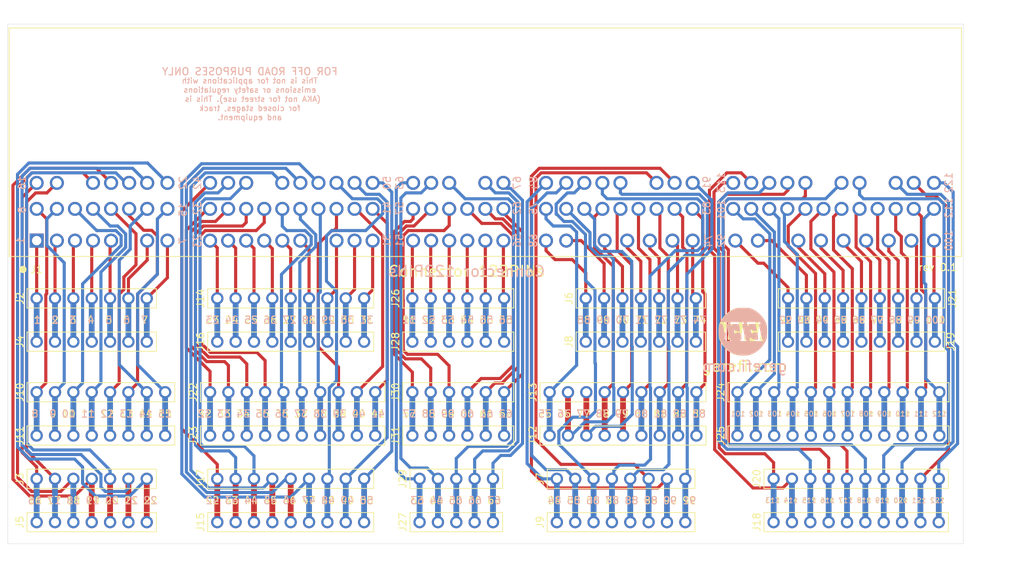
<source format=kicad_pcb>
(kicad_pcb (version 20171130) (host pcbnew "(5.1.7)-1")
  (layers (0 F.Cu signal) (31 B.Cu signal) (34 B.Paste user) (35 F.Paste user) (36 B.SilkS user) (37 F.SilkS user) (38 B.Mask user) (39 F.Mask user) (44 Edge.Cuts user))
  (net 0 "")
  (net 1 "Net-(J1-Pad122)")
  (net 2 "Net-(J1-Pad121)")
  (net 3 "Net-(J1-Pad120)")
  (net 4 "Net-(J1-Pad119)")
  (net 5 "Net-(J1-Pad118)")
  (net 6 "Net-(J1-Pad117)")
  (net 7 "Net-(J1-Pad116)")
  (net 8 "Net-(J1-Pad115)")
  (net 9 "Net-(J1-Pad114)")
  (net 10 "Net-(J1-Pad113)")
  (net 11 "Net-(J1-Pad112)")
  (net 12 "Net-(J1-Pad111)")
  (net 13 "Net-(J1-Pad110)")
  (net 14 "Net-(J1-Pad109)")
  (net 15 "Net-(J1-Pad108)")
  (net 16 "Net-(J1-Pad107)")
  (net 17 "Net-(J1-Pad106)")
  (net 18 "Net-(J1-Pad105)")
  (net 19 "Net-(J1-Pad104)")
  (net 20 "Net-(J1-Pad103)")
  (net 21 "Net-(J1-Pad102)")
  (net 22 "Net-(J1-Pad101)")
  (net 23 "Net-(J1-Pad100)")
  (net 24 "Net-(J1-Pad99)")
  (net 25 "Net-(J1-Pad98)")
  (net 26 "Net-(J1-Pad97)")
  (net 27 "Net-(J1-Pad96)")
  (net 28 "Net-(J1-Pad95)")
  (net 29 "Net-(J1-Pad94)")
  (net 30 "Net-(J1-Pad93)")
  (net 31 "Net-(J1-Pad92)")
  (net 32 "Net-(J1-Pad91)")
  (net 33 "Net-(J1-Pad90)")
  (net 34 "Net-(J1-Pad89)")
  (net 35 "Net-(J1-Pad88)")
  (net 36 "Net-(J1-Pad87)")
  (net 37 "Net-(J1-Pad86)")
  (net 38 "Net-(J1-Pad85)")
  (net 39 "Net-(J1-Pad84)")
  (net 40 "Net-(J1-Pad83)")
  (net 41 "Net-(J1-Pad82)")
  (net 42 "Net-(J1-Pad81)")
  (net 43 "Net-(J1-Pad80)")
  (net 44 "Net-(J1-Pad79)")
  (net 45 "Net-(J1-Pad78)")
  (net 46 "Net-(J1-Pad77)")
  (net 47 "Net-(J1-Pad76)")
  (net 48 "Net-(J1-Pad75)")
  (net 49 "Net-(J1-Pad74)")
  (net 50 "Net-(J1-Pad73)")
  (net 51 "Net-(J1-Pad72)")
  (net 52 "Net-(J1-Pad71)")
  (net 53 "Net-(J1-Pad70)")
  (net 54 "Net-(J1-Pad69)")
  (net 55 "Net-(J1-Pad68)")
  (net 56 "Net-(J1-Pad67)")
  (net 57 "Net-(J1-Pad66)")
  (net 58 "Net-(J1-Pad65)")
  (net 59 "Net-(J1-Pad64)")
  (net 60 "Net-(J1-Pad63)")
  (net 61 "Net-(J1-Pad62)")
  (net 62 "Net-(J1-Pad61)")
  (net 63 "Net-(J1-Pad60)")
  (net 64 "Net-(J1-Pad59)")
  (net 65 "Net-(J1-Pad58)")
  (net 66 "Net-(J1-Pad57)")
  (net 67 "Net-(J1-Pad56)")
  (net 68 "Net-(J1-Pad55)")
  (net 69 "Net-(J1-Pad54)")
  (net 70 "Net-(J1-Pad53)")
  (net 71 "Net-(J1-Pad52)")
  (net 72 "Net-(J1-Pad51)")
  (net 73 "Net-(J1-Pad50)")
  (net 74 "Net-(J1-Pad49)")
  (net 75 "Net-(J1-Pad48)")
  (net 76 "Net-(J1-Pad47)")
  (net 77 "Net-(J1-Pad46)")
  (net 78 "Net-(J1-Pad45)")
  (net 79 "Net-(J1-Pad44)")
  (net 80 "Net-(J1-Pad43)")
  (net 81 "Net-(J1-Pad42)")
  (net 82 "Net-(J1-Pad41)")
  (net 83 "Net-(J1-Pad40)")
  (net 84 "Net-(J1-Pad39)")
  (net 85 "Net-(J1-Pad38)")
  (net 86 "Net-(J1-Pad37)")
  (net 87 "Net-(J1-Pad36)")
  (net 88 "Net-(J1-Pad35)")
  (net 89 "Net-(J1-Pad34)")
  (net 90 "Net-(J1-Pad33)")
  (net 91 "Net-(J1-Pad32)")
  (net 92 "Net-(J1-Pad31)")
  (net 93 "Net-(J1-Pad30)")
  (net 94 "Net-(J1-Pad29)")
  (net 95 "Net-(J1-Pad28)")
  (net 96 "Net-(J1-Pad27)")
  (net 97 "Net-(J1-Pad26)")
  (net 98 "Net-(J1-Pad25)")
  (net 99 "Net-(J1-Pad24)")
  (net 100 "Net-(J1-Pad23)")
  (net 101 "Net-(J1-Pad22)")
  (net 102 "Net-(J1-Pad21)")
  (net 103 "Net-(J1-Pad20)")
  (net 104 "Net-(J1-Pad19)")
  (net 105 "Net-(J1-Pad18)")
  (net 106 "Net-(J1-Pad17)")
  (net 107 "Net-(J1-Pad16)")
  (net 108 "Net-(J1-Pad15)")
  (net 109 "Net-(J1-Pad14)")
  (net 110 "Net-(J1-Pad13)")
  (net 111 "Net-(J1-Pad12)")
  (net 112 "Net-(J1-Pad11)")
  (net 113 "Net-(J1-Pad10)")
  (net 114 "Net-(J1-Pad9)")
  (net 115 "Net-(J1-Pad8)")
  (net 116 "Net-(J1-Pad7)")
  (net 117 "Net-(J1-Pad6)")
  (net 118 "Net-(J1-Pad5)")
  (net 119 "Net-(J1-Pad4)")
  (net 120 "Net-(J1-Pad3)")
  (net 121 "Net-(J1-Pad2)")
  (net 122 "Net-(J1-Pad1)")
  (module gerefi_lib_private:Pin_Header_Straight_1x08_Pitch2.54mm_big (layer F.Cu) (at 153 124 90)
    (fp_text reference J9 (at 0 -2.33 90) (layer F.SilkS))
    (fp_text value Conn_01x08)
    (pad 1 thru_hole circle (at 0 0 90) (size 1.7 1.7) (drill 1.1) (layers *.Cu *.Mask) (net 39 "Net-(J1-Pad84)"))
    (pad 2 thru_hole oval (at 0 2.54 90) (size 1.7 1.7) (drill 1.1) (layers *.Cu *.Mask) (net 38 "Net-(J1-Pad85)"))
    (pad 3 thru_hole oval (at 0 5.08 90) (size 1.7 1.7) (drill 1.1) (layers *.Cu *.Mask) (net 37 "Net-(J1-Pad86)"))
    (pad 4 thru_hole oval (at 0 7.62 90) (size 1.7 1.7) (drill 1.1) (layers *.Cu *.Mask) (net 36 "Net-(J1-Pad87)"))
    (pad 5 thru_hole oval (at 0 10.16 90) (size 1.7 1.7) (drill 1.1) (layers *.Cu *.Mask) (net 35 "Net-(J1-Pad88)"))
    (pad 6 thru_hole oval (at 0 12.7 90) (size 1.7 1.7) (drill 1.1) (layers *.Cu *.Mask) (net 34 "Net-(J1-Pad89)"))
    (pad 7 thru_hole oval (at 0 15.24 90) (size 1.7 1.7) (drill 1.1) (layers *.Cu *.Mask) (net 33 "Net-(J1-Pad90)"))
    (pad 8 thru_hole oval (at 0 17.78 90) (size 1.7 1.7) (drill 1.1) (layers *.Cu *.Mask) (net 32 "Net-(J1-Pad91)"))
  )
  (module gerefi_lib_private:Pin_Header_Straight_1x08_Pitch2.54mm_big (layer F.Cu) (at 153 118 90)
    (fp_text reference J7 (at 0 -2.33 90) (layer F.SilkS))
    (fp_text value Conn_01x08)
    (pad 1 thru_hole circle (at 0 0 90) (size 1.7 1.7) (drill 1.1) (layers *.Cu *.Mask) (net 39 "Net-(J1-Pad84)"))
    (pad 2 thru_hole oval (at 0 2.54 90) (size 1.7 1.7) (drill 1.1) (layers *.Cu *.Mask) (net 38 "Net-(J1-Pad85)"))
    (pad 3 thru_hole oval (at 0 5.08 90) (size 1.7 1.7) (drill 1.1) (layers *.Cu *.Mask) (net 37 "Net-(J1-Pad86)"))
    (pad 4 thru_hole oval (at 0 7.62 90) (size 1.7 1.7) (drill 1.1) (layers *.Cu *.Mask) (net 36 "Net-(J1-Pad87)"))
    (pad 5 thru_hole oval (at 0 10.16 90) (size 1.7 1.7) (drill 1.1) (layers *.Cu *.Mask) (net 35 "Net-(J1-Pad88)"))
    (pad 6 thru_hole oval (at 0 12.7 90) (size 1.7 1.7) (drill 1.1) (layers *.Cu *.Mask) (net 34 "Net-(J1-Pad89)"))
    (pad 7 thru_hole oval (at 0 15.24 90) (size 1.7 1.7) (drill 1.1) (layers *.Cu *.Mask) (net 33 "Net-(J1-Pad90)"))
    (pad 8 thru_hole oval (at 0 17.78 90) (size 1.7 1.7) (drill 1.1) (layers *.Cu *.Mask) (net 32 "Net-(J1-Pad91)"))
  )
  (module gerefi_lib_private:Pin_Header_Straight_1x09_Pitch2.54mm_big (layer F.Cu) (at 152 112 90)
    (fp_text reference J12 (at 0 -2.33 90) (layer F.SilkS))
    (fp_text value Conn_01x09)
    (pad 1 thru_hole circle (at 0 0 90) (size 1.7 1.7) (drill 1.1) (layers *.Cu *.Mask) (net 48 "Net-(J1-Pad75)"))
    (pad 2 thru_hole oval (at 0 2.54 90) (size 1.7 1.7) (drill 1.1) (layers *.Cu *.Mask) (net 47 "Net-(J1-Pad76)"))
    (pad 3 thru_hole oval (at 0 5.08 90) (size 1.7 1.7) (drill 1.1) (layers *.Cu *.Mask) (net 46 "Net-(J1-Pad77)"))
    (pad 4 thru_hole oval (at 0 7.62 90) (size 1.7 1.7) (drill 1.1) (layers *.Cu *.Mask) (net 45 "Net-(J1-Pad78)"))
    (pad 5 thru_hole oval (at 0 10.16 90) (size 1.7 1.7) (drill 1.1) (layers *.Cu *.Mask) (net 44 "Net-(J1-Pad79)"))
    (pad 6 thru_hole oval (at 0 12.7 90) (size 1.7 1.7) (drill 1.1) (layers *.Cu *.Mask) (net 43 "Net-(J1-Pad80)"))
    (pad 7 thru_hole oval (at 0 15.24 90) (size 1.7 1.7) (drill 1.1) (layers *.Cu *.Mask) (net 42 "Net-(J1-Pad81)"))
    (pad 8 thru_hole oval (at 0 17.78 90) (size 1.7 1.7) (drill 1.1) (layers *.Cu *.Mask) (net 41 "Net-(J1-Pad82)"))
    (pad 9 thru_hole oval (at 0 20.32 90) (size 1.7 1.7) (drill 1.1) (layers *.Cu *.Mask) (net 40 "Net-(J1-Pad83)"))
  )
  (module gerefi_lib_private:Pin_Header_Straight_1x09_Pitch2.54mm_big (layer F.Cu) (at 152 106 90)
    (fp_text reference J13 (at 0 -2.33 90) (layer F.SilkS))
    (fp_text value Conn_01x09)
    (pad 1 thru_hole circle (at 0 0 90) (size 1.7 1.7) (drill 1.1) (layers *.Cu *.Mask) (net 48 "Net-(J1-Pad75)"))
    (pad 2 thru_hole oval (at 0 2.54 90) (size 1.7 1.7) (drill 1.1) (layers *.Cu *.Mask) (net 47 "Net-(J1-Pad76)"))
    (pad 3 thru_hole oval (at 0 5.08 90) (size 1.7 1.7) (drill 1.1) (layers *.Cu *.Mask) (net 46 "Net-(J1-Pad77)"))
    (pad 4 thru_hole oval (at 0 7.62 90) (size 1.7 1.7) (drill 1.1) (layers *.Cu *.Mask) (net 45 "Net-(J1-Pad78)"))
    (pad 5 thru_hole oval (at 0 10.16 90) (size 1.7 1.7) (drill 1.1) (layers *.Cu *.Mask) (net 44 "Net-(J1-Pad79)"))
    (pad 6 thru_hole oval (at 0 12.7 90) (size 1.7 1.7) (drill 1.1) (layers *.Cu *.Mask) (net 43 "Net-(J1-Pad80)"))
    (pad 7 thru_hole oval (at 0 15.24 90) (size 1.7 1.7) (drill 1.1) (layers *.Cu *.Mask) (net 42 "Net-(J1-Pad81)"))
    (pad 8 thru_hole oval (at 0 17.78 90) (size 1.7 1.7) (drill 1.1) (layers *.Cu *.Mask) (net 41 "Net-(J1-Pad82)"))
    (pad 9 thru_hole oval (at 0 20.32 90) (size 1.7 1.7) (drill 1.1) (layers *.Cu *.Mask) (net 40 "Net-(J1-Pad83)"))
  )
  (module gerefi_lib_private:Pin_Header_Straight_1x10_Pitch2.54mm_big (layer F.Cu) (at 183 124 90)
    (fp_text reference J18 (at 0 -2.33 90) (layer F.SilkS))
    (fp_text value Conn_01x10)
    (pad 1 thru_hole circle (at 0 0 90) (size 1.7 1.7) (drill 1.1) (layers *.Cu *.Mask) (net 10 "Net-(J1-Pad113)"))
    (pad 2 thru_hole oval (at 0 2.54 90) (size 1.7 1.7) (drill 1.1) (layers *.Cu *.Mask) (net 9 "Net-(J1-Pad114)"))
    (pad 3 thru_hole oval (at 0 5.08 90) (size 1.7 1.7) (drill 1.1) (layers *.Cu *.Mask) (net 8 "Net-(J1-Pad115)"))
    (pad 4 thru_hole oval (at 0 7.62 90) (size 1.7 1.7) (drill 1.1) (layers *.Cu *.Mask) (net 7 "Net-(J1-Pad116)"))
    (pad 5 thru_hole oval (at 0 10.16 90) (size 1.7 1.7) (drill 1.1) (layers *.Cu *.Mask) (net 6 "Net-(J1-Pad117)"))
    (pad 6 thru_hole oval (at 0 12.7 90) (size 1.7 1.7) (drill 1.1) (layers *.Cu *.Mask) (net 5 "Net-(J1-Pad118)"))
    (pad 7 thru_hole oval (at 0 15.24 90) (size 1.7 1.7) (drill 1.1) (layers *.Cu *.Mask) (net 4 "Net-(J1-Pad119)"))
    (pad 8 thru_hole oval (at 0 17.78 90) (size 1.7 1.7) (drill 1.1) (layers *.Cu *.Mask) (net 3 "Net-(J1-Pad120)"))
    (pad 9 thru_hole oval (at 0 20.32 90) (size 1.7 1.7) (drill 1.1) (layers *.Cu *.Mask) (net 2 "Net-(J1-Pad121)"))
    (pad 10 thru_hole oval (at 0 22.86 90) (size 1.7 1.7) (drill 1.1) (layers *.Cu *.Mask) (net 1 "Net-(J1-Pad122)"))
  )
  (module gerefi_lib_private:Pin_Header_Straight_1x10_Pitch2.54mm_big (layer F.Cu) (at 183 118 90)
    (fp_text reference J20 (at 0 -2.33 90) (layer F.SilkS))
    (fp_text value Conn_01x10)
    (pad 1 thru_hole circle (at 0 0 90) (size 1.7 1.7) (drill 1.1) (layers *.Cu *.Mask) (net 10 "Net-(J1-Pad113)"))
    (pad 2 thru_hole oval (at 0 2.54 90) (size 1.7 1.7) (drill 1.1) (layers *.Cu *.Mask) (net 9 "Net-(J1-Pad114)"))
    (pad 3 thru_hole oval (at 0 5.08 90) (size 1.7 1.7) (drill 1.1) (layers *.Cu *.Mask) (net 8 "Net-(J1-Pad115)"))
    (pad 4 thru_hole oval (at 0 7.62 90) (size 1.7 1.7) (drill 1.1) (layers *.Cu *.Mask) (net 7 "Net-(J1-Pad116)"))
    (pad 5 thru_hole oval (at 0 10.16 90) (size 1.7 1.7) (drill 1.1) (layers *.Cu *.Mask) (net 6 "Net-(J1-Pad117)"))
    (pad 6 thru_hole oval (at 0 12.7 90) (size 1.7 1.7) (drill 1.1) (layers *.Cu *.Mask) (net 5 "Net-(J1-Pad118)"))
    (pad 7 thru_hole oval (at 0 15.24 90) (size 1.7 1.7) (drill 1.1) (layers *.Cu *.Mask) (net 4 "Net-(J1-Pad119)"))
    (pad 8 thru_hole oval (at 0 17.78 90) (size 1.7 1.7) (drill 1.1) (layers *.Cu *.Mask) (net 3 "Net-(J1-Pad120)"))
    (pad 9 thru_hole oval (at 0 20.32 90) (size 1.7 1.7) (drill 1.1) (layers *.Cu *.Mask) (net 2 "Net-(J1-Pad121)"))
    (pad 10 thru_hole oval (at 0 22.86 90) (size 1.7 1.7) (drill 1.1) (layers *.Cu *.Mask) (net 1 "Net-(J1-Pad122)"))
  )
  (module gerefi_lib_private:Pin_Header_Straight_1x12_Pitch2.54mm_big (layer F.Cu) (at 178 112 90)
    (fp_text reference J25 (at 0 -2.33 90) (layer F.SilkS))
    (fp_text value Conn_01x12)
    (pad 1 thru_hole circle (at 0 0 90) (size 1.7 1.7) (drill 1.1) (layers *.Cu *.Mask) (net 22 "Net-(J1-Pad101)"))
    (pad 2 thru_hole oval (at 0 2.54 90) (size 1.7 1.7) (drill 1.1) (layers *.Cu *.Mask) (net 21 "Net-(J1-Pad102)"))
    (pad 3 thru_hole oval (at 0 5.08 90) (size 1.7 1.7) (drill 1.1) (layers *.Cu *.Mask) (net 20 "Net-(J1-Pad103)"))
    (pad 4 thru_hole oval (at 0 7.62 90) (size 1.7 1.7) (drill 1.1) (layers *.Cu *.Mask) (net 19 "Net-(J1-Pad104)"))
    (pad 5 thru_hole oval (at 0 10.16 90) (size 1.7 1.7) (drill 1.1) (layers *.Cu *.Mask) (net 18 "Net-(J1-Pad105)"))
    (pad 6 thru_hole oval (at 0 12.7 90) (size 1.7 1.7) (drill 1.1) (layers *.Cu *.Mask) (net 17 "Net-(J1-Pad106)"))
    (pad 7 thru_hole oval (at 0 15.24 90) (size 1.7 1.7) (drill 1.1) (layers *.Cu *.Mask) (net 16 "Net-(J1-Pad107)"))
    (pad 8 thru_hole oval (at 0 17.78 90) (size 1.7 1.7) (drill 1.1) (layers *.Cu *.Mask) (net 15 "Net-(J1-Pad108)"))
    (pad 9 thru_hole oval (at 0 20.32 90) (size 1.7 1.7) (drill 1.1) (layers *.Cu *.Mask) (net 14 "Net-(J1-Pad109)"))
    (pad 10 thru_hole oval (at 0 22.86 90) (size 1.7 1.7) (drill 1.1) (layers *.Cu *.Mask) (net 13 "Net-(J1-Pad110)"))
    (pad 11 thru_hole oval (at 0 25.4 90) (size 1.7 1.7) (drill 1.1) (layers *.Cu *.Mask) (net 12 "Net-(J1-Pad111)"))
    (pad 12 thru_hole oval (at 0 27.94 90) (size 1.7 1.7) (drill 1.1) (layers *.Cu *.Mask) (net 11 "Net-(J1-Pad112)"))
  )
  (module gerefi_lib_private:Pin_Header_Straight_1x12_Pitch2.54mm_big (layer F.Cu) (at 178 106 90)
    (fp_text reference J24 (at 0 -2.33 90) (layer F.SilkS))
    (fp_text value Conn_01x12)
    (pad 1 thru_hole circle (at 0 0 90) (size 1.7 1.7) (drill 1.1) (layers *.Cu *.Mask) (net 22 "Net-(J1-Pad101)"))
    (pad 2 thru_hole oval (at 0 2.54 90) (size 1.7 1.7) (drill 1.1) (layers *.Cu *.Mask) (net 21 "Net-(J1-Pad102)"))
    (pad 3 thru_hole oval (at 0 5.08 90) (size 1.7 1.7) (drill 1.1) (layers *.Cu *.Mask) (net 20 "Net-(J1-Pad103)"))
    (pad 4 thru_hole oval (at 0 7.62 90) (size 1.7 1.7) (drill 1.1) (layers *.Cu *.Mask) (net 19 "Net-(J1-Pad104)"))
    (pad 5 thru_hole oval (at 0 10.16 90) (size 1.7 1.7) (drill 1.1) (layers *.Cu *.Mask) (net 18 "Net-(J1-Pad105)"))
    (pad 6 thru_hole oval (at 0 12.7 90) (size 1.7 1.7) (drill 1.1) (layers *.Cu *.Mask) (net 17 "Net-(J1-Pad106)"))
    (pad 7 thru_hole oval (at 0 15.24 90) (size 1.7 1.7) (drill 1.1) (layers *.Cu *.Mask) (net 16 "Net-(J1-Pad107)"))
    (pad 8 thru_hole oval (at 0 17.78 90) (size 1.7 1.7) (drill 1.1) (layers *.Cu *.Mask) (net 15 "Net-(J1-Pad108)"))
    (pad 9 thru_hole oval (at 0 20.32 90) (size 1.7 1.7) (drill 1.1) (layers *.Cu *.Mask) (net 14 "Net-(J1-Pad109)"))
    (pad 10 thru_hole oval (at 0 22.86 90) (size 1.7 1.7) (drill 1.1) (layers *.Cu *.Mask) (net 13 "Net-(J1-Pad110)"))
    (pad 11 thru_hole oval (at 0 25.4 90) (size 1.7 1.7) (drill 1.1) (layers *.Cu *.Mask) (net 12 "Net-(J1-Pad111)"))
    (pad 12 thru_hole oval (at 0 27.94 90) (size 1.7 1.7) (drill 1.1) (layers *.Cu *.Mask) (net 11 "Net-(J1-Pad112)"))
  )
  (module gerefi_lib_private:Pin_Header_Straight_1x09_Pitch2.54mm_big (layer F.Cu) (at 185 99 90)
    (fp_text reference J19 (at 0 22.5 90) (layer F.SilkS))
    (fp_text value Conn_01x09)
    (pad 1 thru_hole circle (at 0 0 90) (size 1.7 1.7) (drill 1.1) (layers *.Cu *.Mask) (net 31 "Net-(J1-Pad92)"))
    (pad 2 thru_hole oval (at 0 2.54 90) (size 1.7 1.7) (drill 1.1) (layers *.Cu *.Mask) (net 30 "Net-(J1-Pad93)"))
    (pad 3 thru_hole oval (at 0 5.08 90) (size 1.7 1.7) (drill 1.1) (layers *.Cu *.Mask) (net 29 "Net-(J1-Pad94)"))
    (pad 4 thru_hole oval (at 0 7.62 90) (size 1.7 1.7) (drill 1.1) (layers *.Cu *.Mask) (net 28 "Net-(J1-Pad95)"))
    (pad 5 thru_hole oval (at 0 10.16 90) (size 1.7 1.7) (drill 1.1) (layers *.Cu *.Mask) (net 27 "Net-(J1-Pad96)"))
    (pad 6 thru_hole oval (at 0 12.7 90) (size 1.7 1.7) (drill 1.1) (layers *.Cu *.Mask) (net 26 "Net-(J1-Pad97)"))
    (pad 7 thru_hole oval (at 0 15.24 90) (size 1.7 1.7) (drill 1.1) (layers *.Cu *.Mask) (net 25 "Net-(J1-Pad98)"))
    (pad 8 thru_hole oval (at 0 17.78 90) (size 1.7 1.7) (drill 1.1) (layers *.Cu *.Mask) (net 24 "Net-(J1-Pad99)"))
    (pad 9 thru_hole oval (at 0 20.32 90) (size 1.7 1.7) (drill 1.1) (layers *.Cu *.Mask) (net 23 "Net-(J1-Pad100)"))
  )
  (module gerefi_lib_private:Pin_Header_Straight_1x09_Pitch2.54mm_big (layer F.Cu) (at 185 93 90)
    (fp_text reference J21 (at 0 22.75 90) (layer F.SilkS))
    (fp_text value Conn_01x09)
    (pad 1 thru_hole circle (at 0 0 90) (size 1.7 1.7) (drill 1.1) (layers *.Cu *.Mask) (net 31 "Net-(J1-Pad92)"))
    (pad 2 thru_hole oval (at 0 2.54 90) (size 1.7 1.7) (drill 1.1) (layers *.Cu *.Mask) (net 30 "Net-(J1-Pad93)"))
    (pad 3 thru_hole oval (at 0 5.08 90) (size 1.7 1.7) (drill 1.1) (layers *.Cu *.Mask) (net 29 "Net-(J1-Pad94)"))
    (pad 4 thru_hole oval (at 0 7.62 90) (size 1.7 1.7) (drill 1.1) (layers *.Cu *.Mask) (net 28 "Net-(J1-Pad95)"))
    (pad 5 thru_hole oval (at 0 10.16 90) (size 1.7 1.7) (drill 1.1) (layers *.Cu *.Mask) (net 27 "Net-(J1-Pad96)"))
    (pad 6 thru_hole oval (at 0 12.7 90) (size 1.7 1.7) (drill 1.1) (layers *.Cu *.Mask) (net 26 "Net-(J1-Pad97)"))
    (pad 7 thru_hole oval (at 0 15.24 90) (size 1.7 1.7) (drill 1.1) (layers *.Cu *.Mask) (net 25 "Net-(J1-Pad98)"))
    (pad 8 thru_hole oval (at 0 17.78 90) (size 1.7 1.7) (drill 1.1) (layers *.Cu *.Mask) (net 24 "Net-(J1-Pad99)"))
    (pad 9 thru_hole oval (at 0 20.32 90) (size 1.7 1.7) (drill 1.1) (layers *.Cu *.Mask) (net 23 "Net-(J1-Pad100)"))
  )
  (module gerefi_lib_private:Pin_Header_Straight_1x06_Pitch2.54mm_big (layer F.Cu) (at 133 112 90)
    (fp_text reference J31 (at 0 -2.33 90) (layer F.SilkS))
    (fp_text value Conn_01x06)
    (pad 1 thru_hole circle (at 0 0 90) (size 1.7 1.7) (drill 1.1) (layers *.Cu *.Mask) (net 66 "Net-(J1-Pad57)"))
    (pad 2 thru_hole oval (at 0 2.54 90) (size 1.7 1.7) (drill 1.1) (layers *.Cu *.Mask) (net 65 "Net-(J1-Pad58)"))
    (pad 3 thru_hole oval (at 0 5.08 90) (size 1.7 1.7) (drill 1.1) (layers *.Cu *.Mask) (net 64 "Net-(J1-Pad59)"))
    (pad 4 thru_hole oval (at 0 7.62 90) (size 1.7 1.7) (drill 1.1) (layers *.Cu *.Mask) (net 63 "Net-(J1-Pad60)"))
    (pad 5 thru_hole oval (at 0 10.16 90) (size 1.7 1.7) (drill 1.1) (layers *.Cu *.Mask) (net 62 "Net-(J1-Pad61)"))
    (pad 6 thru_hole oval (at 0 12.7 90) (size 1.7 1.7) (drill 1.1) (layers *.Cu *.Mask) (net 61 "Net-(J1-Pad62)"))
  )
  (module gerefi_lib_private:Pin_Header_Straight_1x06_Pitch2.54mm_big (layer F.Cu) (at 133 106 90)
    (fp_text reference J30 (at 0 -2.33 90) (layer F.SilkS))
    (fp_text value Conn_01x06)
    (pad 1 thru_hole circle (at 0 0 90) (size 1.7 1.7) (drill 1.1) (layers *.Cu *.Mask) (net 66 "Net-(J1-Pad57)"))
    (pad 2 thru_hole oval (at 0 2.54 90) (size 1.7 1.7) (drill 1.1) (layers *.Cu *.Mask) (net 65 "Net-(J1-Pad58)"))
    (pad 3 thru_hole oval (at 0 5.08 90) (size 1.7 1.7) (drill 1.1) (layers *.Cu *.Mask) (net 64 "Net-(J1-Pad59)"))
    (pad 4 thru_hole oval (at 0 7.62 90) (size 1.7 1.7) (drill 1.1) (layers *.Cu *.Mask) (net 63 "Net-(J1-Pad60)"))
    (pad 5 thru_hole oval (at 0 10.16 90) (size 1.7 1.7) (drill 1.1) (layers *.Cu *.Mask) (net 62 "Net-(J1-Pad61)"))
    (pad 6 thru_hole oval (at 0 12.7 90) (size 1.7 1.7) (drill 1.1) (layers *.Cu *.Mask) (net 61 "Net-(J1-Pad62)"))
  )
  (module gerefi_lib_private:Pin_Header_Straight_1x06_Pitch2.54mm_big (layer F.Cu) (at 133 99 90)
    (fp_text reference J28 (at 0 -2.33 90) (layer F.SilkS))
    (fp_text value Conn_01x06)
    (pad 1 thru_hole circle (at 0 0 90) (size 1.7 1.7) (drill 1.1) (layers *.Cu *.Mask) (net 72 "Net-(J1-Pad51)"))
    (pad 2 thru_hole oval (at 0 2.54 90) (size 1.7 1.7) (drill 1.1) (layers *.Cu *.Mask) (net 71 "Net-(J1-Pad52)"))
    (pad 3 thru_hole oval (at 0 5.08 90) (size 1.7 1.7) (drill 1.1) (layers *.Cu *.Mask) (net 70 "Net-(J1-Pad53)"))
    (pad 4 thru_hole oval (at 0 7.62 90) (size 1.7 1.7) (drill 1.1) (layers *.Cu *.Mask) (net 69 "Net-(J1-Pad54)"))
    (pad 5 thru_hole oval (at 0 10.16 90) (size 1.7 1.7) (drill 1.1) (layers *.Cu *.Mask) (net 68 "Net-(J1-Pad55)"))
    (pad 6 thru_hole oval (at 0 12.7 90) (size 1.7 1.7) (drill 1.1) (layers *.Cu *.Mask) (net 67 "Net-(J1-Pad56)"))
  )
  (module gerefi_lib_private:Pin_Header_Straight_1x06_Pitch2.54mm_big (layer F.Cu) (at 133 93 90)
    (fp_text reference J26 (at 0 -2.33 90) (layer F.SilkS))
    (fp_text value Conn_01x06)
    (pad 1 thru_hole circle (at 0 0 90) (size 1.7 1.7) (drill 1.1) (layers *.Cu *.Mask) (net 72 "Net-(J1-Pad51)"))
    (pad 2 thru_hole oval (at 0 2.54 90) (size 1.7 1.7) (drill 1.1) (layers *.Cu *.Mask) (net 71 "Net-(J1-Pad52)"))
    (pad 3 thru_hole oval (at 0 5.08 90) (size 1.7 1.7) (drill 1.1) (layers *.Cu *.Mask) (net 70 "Net-(J1-Pad53)"))
    (pad 4 thru_hole oval (at 0 7.62 90) (size 1.7 1.7) (drill 1.1) (layers *.Cu *.Mask) (net 69 "Net-(J1-Pad54)"))
    (pad 5 thru_hole oval (at 0 10.16 90) (size 1.7 1.7) (drill 1.1) (layers *.Cu *.Mask) (net 68 "Net-(J1-Pad55)"))
    (pad 6 thru_hole oval (at 0 12.7 90) (size 1.7 1.7) (drill 1.1) (layers *.Cu *.Mask) (net 67 "Net-(J1-Pad56)"))
  )
  (module gerefi_lib_private:Pin_Header_Straight_1x10_Pitch2.54mm_big (layer F.Cu) (at 105 112 90)
    (fp_text reference J23 (at 0 -2.33 90) (layer F.SilkS))
    (fp_text value Conn_01x10)
    (pad 1 thru_hole circle (at 0 0 90) (size 1.7 1.7) (drill 1.1) (layers *.Cu *.Mask) (net 91 "Net-(J1-Pad32)"))
    (pad 2 thru_hole oval (at 0 2.54 90) (size 1.7 1.7) (drill 1.1) (layers *.Cu *.Mask) (net 90 "Net-(J1-Pad33)"))
    (pad 3 thru_hole oval (at 0 5.08 90) (size 1.7 1.7) (drill 1.1) (layers *.Cu *.Mask) (net 89 "Net-(J1-Pad34)"))
    (pad 4 thru_hole oval (at 0 7.62 90) (size 1.7 1.7) (drill 1.1) (layers *.Cu *.Mask) (net 88 "Net-(J1-Pad35)"))
    (pad 5 thru_hole oval (at 0 10.16 90) (size 1.7 1.7) (drill 1.1) (layers *.Cu *.Mask) (net 87 "Net-(J1-Pad36)"))
    (pad 6 thru_hole oval (at 0 12.7 90) (size 1.7 1.7) (drill 1.1) (layers *.Cu *.Mask) (net 86 "Net-(J1-Pad37)"))
    (pad 7 thru_hole oval (at 0 15.24 90) (size 1.7 1.7) (drill 1.1) (layers *.Cu *.Mask) (net 85 "Net-(J1-Pad38)"))
    (pad 8 thru_hole oval (at 0 17.78 90) (size 1.7 1.7) (drill 1.1) (layers *.Cu *.Mask) (net 84 "Net-(J1-Pad39)"))
    (pad 9 thru_hole oval (at 0 20.32 90) (size 1.7 1.7) (drill 1.1) (layers *.Cu *.Mask) (net 83 "Net-(J1-Pad40)"))
    (pad 10 thru_hole oval (at 0 22.86 90) (size 1.7 1.7) (drill 1.1) (layers *.Cu *.Mask) (net 82 "Net-(J1-Pad41)"))
  )
  (module gerefi_lib_private:Pin_Header_Straight_1x10_Pitch2.54mm_big (layer F.Cu) (at 105 106 90)
    (fp_text reference J22 (at 0 -2.33 90) (layer F.SilkS))
    (fp_text value Conn_01x10)
    (pad 1 thru_hole circle (at 0 0 90) (size 1.7 1.7) (drill 1.1) (layers *.Cu *.Mask) (net 91 "Net-(J1-Pad32)"))
    (pad 2 thru_hole oval (at 0 2.54 90) (size 1.7 1.7) (drill 1.1) (layers *.Cu *.Mask) (net 90 "Net-(J1-Pad33)"))
    (pad 3 thru_hole oval (at 0 5.08 90) (size 1.7 1.7) (drill 1.1) (layers *.Cu *.Mask) (net 89 "Net-(J1-Pad34)"))
    (pad 4 thru_hole oval (at 0 7.62 90) (size 1.7 1.7) (drill 1.1) (layers *.Cu *.Mask) (net 88 "Net-(J1-Pad35)"))
    (pad 5 thru_hole oval (at 0 10.16 90) (size 1.7 1.7) (drill 1.1) (layers *.Cu *.Mask) (net 87 "Net-(J1-Pad36)"))
    (pad 6 thru_hole oval (at 0 12.7 90) (size 1.7 1.7) (drill 1.1) (layers *.Cu *.Mask) (net 86 "Net-(J1-Pad37)"))
    (pad 7 thru_hole oval (at 0 15.24 90) (size 1.7 1.7) (drill 1.1) (layers *.Cu *.Mask) (net 85 "Net-(J1-Pad38)"))
    (pad 8 thru_hole oval (at 0 17.78 90) (size 1.7 1.7) (drill 1.1) (layers *.Cu *.Mask) (net 84 "Net-(J1-Pad39)"))
    (pad 9 thru_hole oval (at 0 20.32 90) (size 1.7 1.7) (drill 1.1) (layers *.Cu *.Mask) (net 83 "Net-(J1-Pad40)"))
    (pad 10 thru_hole oval (at 0 22.86 90) (size 1.7 1.7) (drill 1.1) (layers *.Cu *.Mask) (net 82 "Net-(J1-Pad41)"))
  )
  (module gerefi_lib_private:Pin_Header_Straight_1x09_Pitch2.54mm_big (layer F.Cu) (at 106 124 90)
    (fp_text reference J15 (at 0 -2.33 90) (layer F.SilkS))
    (fp_text value Conn_01x09)
    (pad 1 thru_hole circle (at 0 0 90) (size 1.7 1.7) (drill 1.1) (layers *.Cu *.Mask) (net 81 "Net-(J1-Pad42)"))
    (pad 2 thru_hole oval (at 0 2.54 90) (size 1.7 1.7) (drill 1.1) (layers *.Cu *.Mask) (net 80 "Net-(J1-Pad43)"))
    (pad 3 thru_hole oval (at 0 5.08 90) (size 1.7 1.7) (drill 1.1) (layers *.Cu *.Mask) (net 79 "Net-(J1-Pad44)"))
    (pad 4 thru_hole oval (at 0 7.62 90) (size 1.7 1.7) (drill 1.1) (layers *.Cu *.Mask) (net 78 "Net-(J1-Pad45)"))
    (pad 5 thru_hole oval (at 0 10.16 90) (size 1.7 1.7) (drill 1.1) (layers *.Cu *.Mask) (net 77 "Net-(J1-Pad46)"))
    (pad 6 thru_hole oval (at 0 12.7 90) (size 1.7 1.7) (drill 1.1) (layers *.Cu *.Mask) (net 76 "Net-(J1-Pad47)"))
    (pad 7 thru_hole oval (at 0 15.24 90) (size 1.7 1.7) (drill 1.1) (layers *.Cu *.Mask) (net 75 "Net-(J1-Pad48)"))
    (pad 8 thru_hole oval (at 0 17.78 90) (size 1.7 1.7) (drill 1.1) (layers *.Cu *.Mask) (net 74 "Net-(J1-Pad49)"))
    (pad 9 thru_hole oval (at 0 20.32 90) (size 1.7 1.7) (drill 1.1) (layers *.Cu *.Mask) (net 73 "Net-(J1-Pad50)"))
  )
  (module gerefi_lib_private:Pin_Header_Straight_1x09_Pitch2.54mm_big (layer F.Cu) (at 106 118 90)
    (fp_text reference J17 (at 0 -2.33 90) (layer F.SilkS))
    (fp_text value Conn_01x09)
    (pad 1 thru_hole circle (at 0 0 90) (size 1.7 1.7) (drill 1.1) (layers *.Cu *.Mask) (net 81 "Net-(J1-Pad42)"))
    (pad 2 thru_hole oval (at 0 2.54 90) (size 1.7 1.7) (drill 1.1) (layers *.Cu *.Mask) (net 80 "Net-(J1-Pad43)"))
    (pad 3 thru_hole oval (at 0 5.08 90) (size 1.7 1.7) (drill 1.1) (layers *.Cu *.Mask) (net 79 "Net-(J1-Pad44)"))
    (pad 4 thru_hole oval (at 0 7.62 90) (size 1.7 1.7) (drill 1.1) (layers *.Cu *.Mask) (net 78 "Net-(J1-Pad45)"))
    (pad 5 thru_hole oval (at 0 10.16 90) (size 1.7 1.7) (drill 1.1) (layers *.Cu *.Mask) (net 77 "Net-(J1-Pad46)"))
    (pad 6 thru_hole oval (at 0 12.7 90) (size 1.7 1.7) (drill 1.1) (layers *.Cu *.Mask) (net 76 "Net-(J1-Pad47)"))
    (pad 7 thru_hole oval (at 0 15.24 90) (size 1.7 1.7) (drill 1.1) (layers *.Cu *.Mask) (net 75 "Net-(J1-Pad48)"))
    (pad 8 thru_hole oval (at 0 17.78 90) (size 1.7 1.7) (drill 1.1) (layers *.Cu *.Mask) (net 74 "Net-(J1-Pad49)"))
    (pad 9 thru_hole oval (at 0 20.32 90) (size 1.7 1.7) (drill 1.1) (layers *.Cu *.Mask) (net 73 "Net-(J1-Pad50)"))
  )
  (module gerefi_lib_private:Pin_Header_Straight_1x09_Pitch2.54mm_big (layer F.Cu) (at 106 99 90)
    (fp_text reference J16 (at 0 -2.33 90) (layer F.SilkS))
    (fp_text value Conn_01x09)
    (pad 1 thru_hole circle (at 0 0 90) (size 1.7 1.7) (drill 1.1) (layers *.Cu *.Mask) (net 100 "Net-(J1-Pad23)"))
    (pad 2 thru_hole oval (at 0 2.54 90) (size 1.7 1.7) (drill 1.1) (layers *.Cu *.Mask) (net 99 "Net-(J1-Pad24)"))
    (pad 3 thru_hole oval (at 0 5.08 90) (size 1.7 1.7) (drill 1.1) (layers *.Cu *.Mask) (net 98 "Net-(J1-Pad25)"))
    (pad 4 thru_hole oval (at 0 7.62 90) (size 1.7 1.7) (drill 1.1) (layers *.Cu *.Mask) (net 97 "Net-(J1-Pad26)"))
    (pad 5 thru_hole oval (at 0 10.16 90) (size 1.7 1.7) (drill 1.1) (layers *.Cu *.Mask) (net 96 "Net-(J1-Pad27)"))
    (pad 6 thru_hole oval (at 0 12.7 90) (size 1.7 1.7) (drill 1.1) (layers *.Cu *.Mask) (net 95 "Net-(J1-Pad28)"))
    (pad 7 thru_hole oval (at 0 15.24 90) (size 1.7 1.7) (drill 1.1) (layers *.Cu *.Mask) (net 94 "Net-(J1-Pad29)"))
    (pad 8 thru_hole oval (at 0 17.78 90) (size 1.7 1.7) (drill 1.1) (layers *.Cu *.Mask) (net 93 "Net-(J1-Pad30)"))
    (pad 9 thru_hole oval (at 0 20.32 90) (size 1.7 1.7) (drill 1.1) (layers *.Cu *.Mask) (net 92 "Net-(J1-Pad31)"))
  )
  (module gerefi_lib_private:Pin_Header_Straight_1x09_Pitch2.54mm_big (layer F.Cu) (at 106 93 90)
    (fp_text reference J14 (at 0 -2.33 90) (layer F.SilkS))
    (fp_text value Conn_01x09)
    (pad 1 thru_hole circle (at 0 0 90) (size 1.7 1.7) (drill 1.1) (layers *.Cu *.Mask) (net 100 "Net-(J1-Pad23)"))
    (pad 2 thru_hole oval (at 0 2.54 90) (size 1.7 1.7) (drill 1.1) (layers *.Cu *.Mask) (net 99 "Net-(J1-Pad24)"))
    (pad 3 thru_hole oval (at 0 5.08 90) (size 1.7 1.7) (drill 1.1) (layers *.Cu *.Mask) (net 98 "Net-(J1-Pad25)"))
    (pad 4 thru_hole oval (at 0 7.62 90) (size 1.7 1.7) (drill 1.1) (layers *.Cu *.Mask) (net 97 "Net-(J1-Pad26)"))
    (pad 5 thru_hole oval (at 0 10.16 90) (size 1.7 1.7) (drill 1.1) (layers *.Cu *.Mask) (net 96 "Net-(J1-Pad27)"))
    (pad 6 thru_hole oval (at 0 12.7 90) (size 1.7 1.7) (drill 1.1) (layers *.Cu *.Mask) (net 95 "Net-(J1-Pad28)"))
    (pad 7 thru_hole oval (at 0 15.24 90) (size 1.7 1.7) (drill 1.1) (layers *.Cu *.Mask) (net 94 "Net-(J1-Pad29)"))
    (pad 8 thru_hole oval (at 0 17.78 90) (size 1.7 1.7) (drill 1.1) (layers *.Cu *.Mask) (net 93 "Net-(J1-Pad30)"))
    (pad 9 thru_hole oval (at 0 20.32 90) (size 1.7 1.7) (drill 1.1) (layers *.Cu *.Mask) (net 92 "Net-(J1-Pad31)"))
  )
  (module gerefi_lib_private:Pin_Header_Straight_1x07_Pitch2.54mm_big (layer F.Cu) (at 81 124 90)
    (fp_text reference J5 (at 0 -2.33 90) (layer F.SilkS))
    (fp_text value Conn_01x07)
    (pad 1 thru_hole circle (at 0 0 90) (size 1.7 1.7) (drill 1.1) (layers *.Cu *.Mask) (net 107 "Net-(J1-Pad16)"))
    (pad 2 thru_hole oval (at 0 2.54 90) (size 1.7 1.7) (drill 1.1) (layers *.Cu *.Mask) (net 106 "Net-(J1-Pad17)"))
    (pad 3 thru_hole oval (at 0 5.08 90) (size 1.7 1.7) (drill 1.1) (layers *.Cu *.Mask) (net 105 "Net-(J1-Pad18)"))
    (pad 4 thru_hole oval (at 0 7.62 90) (size 1.7 1.7) (drill 1.1) (layers *.Cu *.Mask) (net 104 "Net-(J1-Pad19)"))
    (pad 5 thru_hole oval (at 0 10.16 90) (size 1.7 1.7) (drill 1.1) (layers *.Cu *.Mask) (net 103 "Net-(J1-Pad20)"))
    (pad 6 thru_hole oval (at 0 12.7 90) (size 1.7 1.7) (drill 1.1) (layers *.Cu *.Mask) (net 102 "Net-(J1-Pad21)"))
    (pad 7 thru_hole oval (at 0 15.24 90) (size 1.7 1.7) (drill 1.1) (layers *.Cu *.Mask) (net 101 "Net-(J1-Pad22)"))
  )
  (module gerefi_lib_private:Pin_Header_Straight_1x07_Pitch2.54mm_big (layer F.Cu) (at 81 118 90)
    (fp_text reference J3 (at 0 -2.33 90) (layer F.SilkS))
    (fp_text value Conn_01x07)
    (pad 1 thru_hole circle (at 0 0 90) (size 1.7 1.7) (drill 1.1) (layers *.Cu *.Mask) (net 107 "Net-(J1-Pad16)"))
    (pad 2 thru_hole oval (at 0 2.54 90) (size 1.7 1.7) (drill 1.1) (layers *.Cu *.Mask) (net 106 "Net-(J1-Pad17)"))
    (pad 3 thru_hole oval (at 0 5.08 90) (size 1.7 1.7) (drill 1.1) (layers *.Cu *.Mask) (net 105 "Net-(J1-Pad18)"))
    (pad 4 thru_hole oval (at 0 7.62 90) (size 1.7 1.7) (drill 1.1) (layers *.Cu *.Mask) (net 104 "Net-(J1-Pad19)"))
    (pad 5 thru_hole oval (at 0 10.16 90) (size 1.7 1.7) (drill 1.1) (layers *.Cu *.Mask) (net 103 "Net-(J1-Pad20)"))
    (pad 6 thru_hole oval (at 0 12.7 90) (size 1.7 1.7) (drill 1.1) (layers *.Cu *.Mask) (net 102 "Net-(J1-Pad21)"))
    (pad 7 thru_hole oval (at 0 15.24 90) (size 1.7 1.7) (drill 1.1) (layers *.Cu *.Mask) (net 101 "Net-(J1-Pad22)"))
  )
  (module gerefi_lib_private:Pin_Header_Straight_1x08_Pitch2.54mm_big (layer F.Cu) (at 81 112 90)
    (fp_text reference J11 (at 0 -2.33 90) (layer F.SilkS))
    (fp_text value Conn_01x08)
    (pad 1 thru_hole circle (at 0 0 90) (size 1.7 1.7) (drill 1.1) (layers *.Cu *.Mask) (net 115 "Net-(J1-Pad8)"))
    (pad 2 thru_hole oval (at 0 2.54 90) (size 1.7 1.7) (drill 1.1) (layers *.Cu *.Mask) (net 114 "Net-(J1-Pad9)"))
    (pad 3 thru_hole oval (at 0 5.08 90) (size 1.7 1.7) (drill 1.1) (layers *.Cu *.Mask) (net 113 "Net-(J1-Pad10)"))
    (pad 4 thru_hole oval (at 0 7.62 90) (size 1.7 1.7) (drill 1.1) (layers *.Cu *.Mask) (net 112 "Net-(J1-Pad11)"))
    (pad 5 thru_hole oval (at 0 10.16 90) (size 1.7 1.7) (drill 1.1) (layers *.Cu *.Mask) (net 111 "Net-(J1-Pad12)"))
    (pad 6 thru_hole oval (at 0 12.7 90) (size 1.7 1.7) (drill 1.1) (layers *.Cu *.Mask) (net 110 "Net-(J1-Pad13)"))
    (pad 7 thru_hole oval (at 0 15.24 90) (size 1.7 1.7) (drill 1.1) (layers *.Cu *.Mask) (net 109 "Net-(J1-Pad14)"))
    (pad 8 thru_hole oval (at 0 17.78 90) (size 1.7 1.7) (drill 1.1) (layers *.Cu *.Mask) (net 108 "Net-(J1-Pad15)"))
  )
  (module gerefi_lib_private:Pin_Header_Straight_1x08_Pitch2.54mm_big (layer F.Cu) (at 81 106 90)
    (fp_text reference J10 (at 0 -2.33 90) (layer F.SilkS))
    (fp_text value Conn_01x08)
    (pad 1 thru_hole circle (at 0 0 90) (size 1.7 1.7) (drill 1.1) (layers *.Cu *.Mask) (net 115 "Net-(J1-Pad8)"))
    (pad 2 thru_hole oval (at 0 2.54 90) (size 1.7 1.7) (drill 1.1) (layers *.Cu *.Mask) (net 114 "Net-(J1-Pad9)"))
    (pad 3 thru_hole oval (at 0 5.08 90) (size 1.7 1.7) (drill 1.1) (layers *.Cu *.Mask) (net 113 "Net-(J1-Pad10)"))
    (pad 4 thru_hole oval (at 0 7.62 90) (size 1.7 1.7) (drill 1.1) (layers *.Cu *.Mask) (net 112 "Net-(J1-Pad11)"))
    (pad 5 thru_hole oval (at 0 10.16 90) (size 1.7 1.7) (drill 1.1) (layers *.Cu *.Mask) (net 111 "Net-(J1-Pad12)"))
    (pad 6 thru_hole oval (at 0 12.7 90) (size 1.7 1.7) (drill 1.1) (layers *.Cu *.Mask) (net 110 "Net-(J1-Pad13)"))
    (pad 7 thru_hole oval (at 0 15.24 90) (size 1.7 1.7) (drill 1.1) (layers *.Cu *.Mask) (net 109 "Net-(J1-Pad14)"))
    (pad 8 thru_hole oval (at 0 17.78 90) (size 1.7 1.7) (drill 1.1) (layers *.Cu *.Mask) (net 108 "Net-(J1-Pad15)"))
  )
  (module gerefi_lib_private:Pin_Header_Straight_1x05_Pitch2.54mm_big (layer F.Cu) (at 134 124 90)
    (fp_text reference J27 (at 0 -2.33 90) (layer F.SilkS))
    (fp_text value Conn_01x05)
    (pad 1 thru_hole circle (at 0 0 90) (size 1.7 1.7) (drill 1.1) (layers *.Cu *.Mask) (net 60 "Net-(J1-Pad63)"))
    (pad 2 thru_hole oval (at 0 2.54 90) (size 1.7 1.7) (drill 1.1) (layers *.Cu *.Mask) (net 59 "Net-(J1-Pad64)"))
    (pad 3 thru_hole oval (at 0 5.08 90) (size 1.7 1.7) (drill 1.1) (layers *.Cu *.Mask) (net 58 "Net-(J1-Pad65)"))
    (pad 4 thru_hole oval (at 0 7.62 90) (size 1.7 1.7) (drill 1.1) (layers *.Cu *.Mask) (net 57 "Net-(J1-Pad66)"))
    (pad 5 thru_hole oval (at 0 10.16 90) (size 1.7 1.7) (drill 1.1) (layers *.Cu *.Mask) (net 56 "Net-(J1-Pad67)"))
  )
  (module gerefi_lib_private:Pin_Header_Straight_1x05_Pitch2.54mm_big (layer F.Cu) (at 134 118 90)
    (fp_text reference J29 (at 0 -2.33 90) (layer F.SilkS))
    (fp_text value Conn_01x05)
    (pad 1 thru_hole circle (at 0 0 90) (size 1.7 1.7) (drill 1.1) (layers *.Cu *.Mask) (net 60 "Net-(J1-Pad63)"))
    (pad 2 thru_hole oval (at 0 2.54 90) (size 1.7 1.7) (drill 1.1) (layers *.Cu *.Mask) (net 59 "Net-(J1-Pad64)"))
    (pad 3 thru_hole oval (at 0 5.08 90) (size 1.7 1.7) (drill 1.1) (layers *.Cu *.Mask) (net 58 "Net-(J1-Pad65)"))
    (pad 4 thru_hole oval (at 0 7.62 90) (size 1.7 1.7) (drill 1.1) (layers *.Cu *.Mask) (net 57 "Net-(J1-Pad66)"))
    (pad 5 thru_hole oval (at 0 10.16 90) (size 1.7 1.7) (drill 1.1) (layers *.Cu *.Mask) (net 56 "Net-(J1-Pad67)"))
  )
  (module gerefi_lib_private:Pin_Header_Straight_1x07_Pitch2.54mm_big (layer F.Cu) (at 157 99 90)
    (fp_text reference J8 (at 0 -2.33 90) (layer F.SilkS))
    (fp_text value Conn_01x07)
    (pad 1 thru_hole circle (at 0 0 90) (size 1.7 1.7) (drill 1.1) (layers *.Cu *.Mask) (net 55 "Net-(J1-Pad68)"))
    (pad 2 thru_hole oval (at 0 2.54 90) (size 1.7 1.7) (drill 1.1) (layers *.Cu *.Mask) (net 54 "Net-(J1-Pad69)"))
    (pad 3 thru_hole oval (at 0 5.08 90) (size 1.7 1.7) (drill 1.1) (layers *.Cu *.Mask) (net 53 "Net-(J1-Pad70)"))
    (pad 4 thru_hole oval (at 0 7.62 90) (size 1.7 1.7) (drill 1.1) (layers *.Cu *.Mask) (net 52 "Net-(J1-Pad71)"))
    (pad 5 thru_hole oval (at 0 10.16 90) (size 1.7 1.7) (drill 1.1) (layers *.Cu *.Mask) (net 51 "Net-(J1-Pad72)"))
    (pad 6 thru_hole oval (at 0 12.7 90) (size 1.7 1.7) (drill 1.1) (layers *.Cu *.Mask) (net 50 "Net-(J1-Pad73)"))
    (pad 7 thru_hole oval (at 0 15.24 90) (size 1.7 1.7) (drill 1.1) (layers *.Cu *.Mask) (net 49 "Net-(J1-Pad74)"))
  )
  (module gerefi_lib_private:Pin_Header_Straight_1x07_Pitch2.54mm_big (layer F.Cu) (at 157 93 90)
    (fp_text reference J6 (at 0 -2.33 90) (layer F.SilkS))
    (fp_text value Conn_01x07)
    (pad 1 thru_hole circle (at 0 0 90) (size 1.7 1.7) (drill 1.1) (layers *.Cu *.Mask) (net 55 "Net-(J1-Pad68)"))
    (pad 2 thru_hole oval (at 0 2.54 90) (size 1.7 1.7) (drill 1.1) (layers *.Cu *.Mask) (net 54 "Net-(J1-Pad69)"))
    (pad 3 thru_hole oval (at 0 5.08 90) (size 1.7 1.7) (drill 1.1) (layers *.Cu *.Mask) (net 53 "Net-(J1-Pad70)"))
    (pad 4 thru_hole oval (at 0 7.62 90) (size 1.7 1.7) (drill 1.1) (layers *.Cu *.Mask) (net 52 "Net-(J1-Pad71)"))
    (pad 5 thru_hole oval (at 0 10.16 90) (size 1.7 1.7) (drill 1.1) (layers *.Cu *.Mask) (net 51 "Net-(J1-Pad72)"))
    (pad 6 thru_hole oval (at 0 12.7 90) (size 1.7 1.7) (drill 1.1) (layers *.Cu *.Mask) (net 50 "Net-(J1-Pad73)"))
    (pad 7 thru_hole oval (at 0 15.24 90) (size 1.7 1.7) (drill 1.1) (layers *.Cu *.Mask) (net 49 "Net-(J1-Pad74)"))
  )
  (module gerefi_lib_private:Pin_Header_Straight_1x07_Pitch2.54mm_big (layer F.Cu) (at 81 99 90)
    (fp_text reference J4 (at 0 -2.33 90) (layer F.SilkS))
    (fp_text value Conn_01x07)
    (pad 1 thru_hole circle (at 0 0 90) (size 1.7 1.7) (drill 1.1) (layers *.Cu *.Mask) (net 122 "Net-(J1-Pad1)"))
    (pad 2 thru_hole oval (at 0 2.54 90) (size 1.7 1.7) (drill 1.1) (layers *.Cu *.Mask) (net 121 "Net-(J1-Pad2)"))
    (pad 3 thru_hole oval (at 0 5.08 90) (size 1.7 1.7) (drill 1.1) (layers *.Cu *.Mask) (net 120 "Net-(J1-Pad3)"))
    (pad 4 thru_hole oval (at 0 7.62 90) (size 1.7 1.7) (drill 1.1) (layers *.Cu *.Mask) (net 119 "Net-(J1-Pad4)"))
    (pad 5 thru_hole oval (at 0 10.16 90) (size 1.7 1.7) (drill 1.1) (layers *.Cu *.Mask) (net 118 "Net-(J1-Pad5)"))
    (pad 6 thru_hole oval (at 0 12.7 90) (size 1.7 1.7) (drill 1.1) (layers *.Cu *.Mask) (net 117 "Net-(J1-Pad6)"))
    (pad 7 thru_hole oval (at 0 15.24 90) (size 1.7 1.7) (drill 1.1) (layers *.Cu *.Mask) (net 116 "Net-(J1-Pad7)"))
  )
  (module gerefi_lib_private:Pin_Header_Straight_1x07_Pitch2.54mm_big (layer F.Cu) (at 81 93 90)
    (fp_text reference J2 (at 0 -2.33 90) (layer F.SilkS))
    (fp_text value Conn_01x07)
    (pad 1 thru_hole circle (at 0 0 90) (size 1.7 1.7) (drill 1.1) (layers *.Cu *.Mask) (net 122 "Net-(J1-Pad1)"))
    (pad 2 thru_hole oval (at 0 2.54 90) (size 1.7 1.7) (drill 1.1) (layers *.Cu *.Mask) (net 121 "Net-(J1-Pad2)"))
    (pad 3 thru_hole oval (at 0 5.08 90) (size 1.7 1.7) (drill 1.1) (layers *.Cu *.Mask) (net 120 "Net-(J1-Pad3)"))
    (pad 4 thru_hole oval (at 0 7.62 90) (size 1.7 1.7) (drill 1.1) (layers *.Cu *.Mask) (net 119 "Net-(J1-Pad4)"))
    (pad 5 thru_hole oval (at 0 10.16 90) (size 1.7 1.7) (drill 1.1) (layers *.Cu *.Mask) (net 118 "Net-(J1-Pad5)"))
    (pad 6 thru_hole oval (at 0 12.7 90) (size 1.7 1.7) (drill 1.1) (layers *.Cu *.Mask) (net 117 "Net-(J1-Pad6)"))
    (pad 7 thru_hole oval (at 0 15.24 90) (size 1.7 1.7) (drill 1.1) (layers *.Cu *.Mask) (net 116 "Net-(J1-Pad7)"))
  )
  (module gerefi:Off_Road_Disclaimer (layer B.Cu) (at 110.5 64.75 180)
    (fp_text reference G? hide)
    (fp_text value Disclaimer hide)
    (fp_text user "FOR OFF ROAD PURPOSES ONLY" (at 0 3.175) (layer B.SilkS) (effects (justify mirror)))
    (fp_text user "This is not for applications with" (at 0 1.905) (layer B.SilkS) (effects (font (size 0.762 0.762) (thickness 0.127)) (justify mirror)))
    (fp_text user "emissions or safety regulations" (at 0 0.635) (layer B.SilkS) (effects (font (size 0.762 0.762) (thickness 0.127)) (justify mirror)))
    (fp_text user "(AKA not for street use). This is " (at -0.127 -0.635) (layer B.SilkS) (effects (font (size 0.762 0.762) (thickness 0.127)) (justify mirror)))
    (fp_text user "for closed stages, track" (at 0 -1.905) (layer B.SilkS) (effects (font (size 0.762 0.762) (thickness 0.127)) (justify mirror)))
    (fp_text user "and equipment." (at 0 -3.175) (layer B.SilkS) (effects (font (size 0.762 0.762) (thickness 0.127)) (justify mirror)))
  )
  (module gerefi:LOGO (layer B.Cu) (at 178.75 97.65 180)
    (fp_text reference G? hide)
    (fp_text value LOGO hide)
  )
  (module gerefi:LOGO (layer F.Cu) (at 178.75 97.65)
    (fp_text reference G? hide)
    (fp_text value LOGO hide)
  )
  (module gerefi_lib_private:TE_8-5353015-1 (layer F.Cu) (at 81 85 90)
    (fp_text reference J1 (at -4 0 180) (layer F.SilkS))
    (fp_text value 8-5353015-1)
    (fp_text user 1 (at 0 -2.25 90) (layer B.SilkS) (effects (justify mirror)))
    (fp_text user 8 (at 4.25 -2 90) (layer B.SilkS) (effects (justify mirror)))
    (fp_text user 16 (at 8 -2 90) (layer B.SilkS) (effects (justify mirror)))
    (fp_text user 7 (at 0 20.25 90) (layer B.SilkS) (effects (justify mirror)))
    (fp_text user 15 (at 4.25 20.25 90) (layer B.SilkS) (effects (justify mirror)))
    (fp_text user 22 (at 8 20.25 90) (layer B.SilkS) (effects (justify mirror)))
    (fp_text user 23 (at 0 22.25 90) (layer B.SilkS) (effects (justify mirror)))
    (fp_text user 32 (at 4.5 22.25 90) (layer B.SilkS) (effects (justify mirror)))
    (fp_text user 42 (at 8 22.25 90) (layer B.SilkS) (effects (justify mirror)))
    (fp_text user 31 (at 0 48.5 90) (layer B.SilkS) (effects (justify mirror)))
    (fp_text user 41 (at 4.5 48.5 90) (layer B.SilkS) (effects (justify mirror)))
    (fp_text user 50 (at 8 48.5 90) (layer B.SilkS) (effects (justify mirror)))
    (fp_text user 51 (at 0 50.25 90) (layer B.SilkS) (effects (justify mirror)))
    (fp_text user 57 (at 4.5 50.25 90) (layer B.SilkS) (effects (justify mirror)))
    (fp_text user 63 (at 8 50.25 90) (layer B.SilkS) (effects (justify mirror)))
    (fp_text user 56 (at 0 66.5 90) (layer B.SilkS) (effects (justify mirror)))
    (fp_text user 62 (at 4.5 66.5 90) (layer B.SilkS) (effects (justify mirror)))
    (fp_text user 67 (at 8 66.5 90) (layer B.SilkS) (effects (justify mirror)))
    (fp_text user 68 (at 0 68.75 90) (layer B.SilkS) (effects (justify mirror)))
    (fp_text user 75 (at 4.5 68.75 90) (layer B.SilkS) (effects (justify mirror)))
    (fp_text user 84 (at 8 68.75 90) (layer B.SilkS) (effects (justify mirror)))
    (fp_text user 74 (at 0 93 90) (layer B.SilkS) (effects (justify mirror)))
    (fp_text user 83 (at 4.5 92.75 90) (layer B.SilkS) (effects (justify mirror)))
    (fp_text user 91 (at 8 92.75 90) (layer B.SilkS) (effects (justify mirror)))
    (fp_text user 92 (at 0 94.75 90) (layer B.SilkS) (effects (justify mirror)))
    (fp_text user 101 (at 4.25 94.75 90) (layer B.SilkS) (effects (justify mirror)))
    (fp_text user 113 (at 8 94.75 90) (layer B.SilkS) (effects (justify mirror)))
    (fp_text user 100 (at 0 126.25 90) (layer B.SilkS) (effects (justify mirror)))
    (fp_text user 112 (at 4.5 126.25 90) (layer B.SilkS) (effects (justify mirror)))
    (fp_text user 122 (at 8 126.25 90) (layer B.SilkS) (effects (justify mirror)))
    (pad None np_thru_hole circle (at 13.45 116.4 90) (size 3.6 3.6) (drill 3.6) (layers *.Cu *.Mask))
    (pad None np_thru_hole circle (at 13.45 59.6 90) (size 3.6 3.6) (drill 3.6) (layers *.Cu *.Mask))
    (pad None np_thru_hole circle (at 13.45 5.3 90) (size 3.6 3.6) (drill 3.6) (layers *.Cu *.Mask))
    (pad 122 thru_hole circle (at 8 124.2 90) (size 1.95 1.95) (drill 1.3) (layers *.Cu *.Mask) (net 1 "Net-(J1-Pad122)"))
    (pad 121 thru_hole circle (at 8 121.4 90) (size 1.95 1.95) (drill 1.3) (layers *.Cu *.Mask) (net 2 "Net-(J1-Pad121)"))
    (pad 120 thru_hole circle (at 8 118.9 90) (size 1.95 1.95) (drill 1.3) (layers *.Cu *.Mask) (net 3 "Net-(J1-Pad120)"))
    (pad 119 thru_hole circle (at 8 113.9 90) (size 1.95 1.95) (drill 1.3) (layers *.Cu *.Mask) (net 4 "Net-(J1-Pad119)"))
    (pad 118 thru_hole circle (at 8 111.4 90) (size 1.95 1.95) (drill 1.3) (layers *.Cu *.Mask) (net 5 "Net-(J1-Pad118)"))
    (pad 117 thru_hole circle (at 8 106.4 90) (size 1.95 1.95) (drill 1.3) (layers *.Cu *.Mask) (net 6 "Net-(J1-Pad117)"))
    (pad 116 thru_hole circle (at 8 103.9 90) (size 1.95 1.95) (drill 1.3) (layers *.Cu *.Mask) (net 7 "Net-(J1-Pad116)"))
    (pad 115 thru_hole circle (at 8 101.4 90) (size 1.95 1.95) (drill 1.3) (layers *.Cu *.Mask) (net 8 "Net-(J1-Pad115)"))
    (pad 114 thru_hole circle (at 8 98.9 90) (size 1.95 1.95) (drill 1.3) (layers *.Cu *.Mask) (net 9 "Net-(J1-Pad114)"))
    (pad 113 thru_hole circle (at 8 96.4 90) (size 1.95 1.95) (drill 1.3) (layers *.Cu *.Mask) (net 10 "Net-(J1-Pad113)"))
    (pad 112 thru_hole circle (at 4.4 124.2 90) (size 1.95 1.95) (drill 1.3) (layers *.Cu *.Mask) (net 11 "Net-(J1-Pad112)"))
    (pad 111 thru_hole circle (at 4.4 121.4 90) (size 1.95 1.95) (drill 1.3) (layers *.Cu *.Mask) (net 12 "Net-(J1-Pad111)"))
    (pad 110 thru_hole circle (at 4.4 118.9 90) (size 1.95 1.95) (drill 1.3) (layers *.Cu *.Mask) (net 13 "Net-(J1-Pad110)"))
    (pad 109 thru_hole circle (at 4.4 116.4 90) (size 1.95 1.95) (drill 1.3) (layers *.Cu *.Mask) (net 14 "Net-(J1-Pad109)"))
    (pad 108 thru_hole circle (at 4.4 113.9 90) (size 1.95 1.95) (drill 1.3) (layers *.Cu *.Mask) (net 15 "Net-(J1-Pad108)"))
    (pad 107 thru_hole circle (at 4.4 111.4 90) (size 1.95 1.95) (drill 1.3) (layers *.Cu *.Mask) (net 16 "Net-(J1-Pad107)"))
    (pad 106 thru_hole circle (at 4.4 108.9 90) (size 1.95 1.95) (drill 1.3) (layers *.Cu *.Mask) (net 17 "Net-(J1-Pad106)"))
    (pad 105 thru_hole circle (at 4.4 106.4 90) (size 1.95 1.95) (drill 1.3) (layers *.Cu *.Mask) (net 18 "Net-(J1-Pad105)"))
    (pad 104 thru_hole circle (at 4.4 103.9 90) (size 1.95 1.95) (drill 1.3) (layers *.Cu *.Mask) (net 19 "Net-(J1-Pad104)"))
    (pad 103 thru_hole circle (at 4.4 101.4 90) (size 1.95 1.95) (drill 1.3) (layers *.Cu *.Mask) (net 20 "Net-(J1-Pad103)"))
    (pad 102 thru_hole circle (at 4.4 98.9 90) (size 1.95 1.95) (drill 1.3) (layers *.Cu *.Mask) (net 21 "Net-(J1-Pad102)"))
    (pad 101 thru_hole circle (at 4.4 96.4 90) (size 1.95 1.95) (drill 1.3) (layers *.Cu *.Mask) (net 22 "Net-(J1-Pad101)"))
    (pad 100 thru_hole circle (at 0 124.2 90) (size 1.95 1.95) (drill 1.3) (layers *.Cu *.Mask) (net 23 "Net-(J1-Pad100)"))
    (pad 99 thru_hole circle (at 0 121.07 90) (size 1.95 1.95) (drill 1.3) (layers *.Cu *.Mask) (net 24 "Net-(J1-Pad99)"))
    (pad 98 thru_hole circle (at 0 117.94 90) (size 1.95 1.95) (drill 1.3) (layers *.Cu *.Mask) (net 25 "Net-(J1-Pad98)"))
    (pad 97 thru_hole circle (at 0 114.81 90) (size 1.95 1.95) (drill 1.3) (layers *.Cu *.Mask) (net 26 "Net-(J1-Pad97)"))
    (pad 96 thru_hole circle (at 0 111.68 90) (size 1.95 1.95) (drill 1.3) (layers *.Cu *.Mask) (net 27 "Net-(J1-Pad96)"))
    (pad 95 thru_hole circle (at 0 108.55 90) (size 1.95 1.95) (drill 1.3) (layers *.Cu *.Mask) (net 28 "Net-(J1-Pad95)"))
    (pad 94 thru_hole circle (at 0 105.42 90) (size 1.95 1.95) (drill 1.3) (layers *.Cu *.Mask) (net 29 "Net-(J1-Pad94)"))
    (pad 93 thru_hole circle (at 0 99.83 90) (size 1.95 1.95) (drill 1.3) (layers *.Cu *.Mask) (net 30 "Net-(J1-Pad93)"))
    (pad 92 thru_hole circle (at 0 96.7 90) (size 1.95 1.95) (drill 1.3) (layers *.Cu *.Mask) (net 31 "Net-(J1-Pad92)"))
    (pad 91 thru_hole circle (at 8 90.8 90) (size 1.95 1.95) (drill 1.3) (layers *.Cu *.Mask) (net 32 "Net-(J1-Pad91)"))
    (pad 90 thru_hole circle (at 8 88.3 90) (size 1.95 1.95) (drill 1.3) (layers *.Cu *.Mask) (net 33 "Net-(J1-Pad90)"))
    (pad 89 thru_hole circle (at 8 85.8 90) (size 1.95 1.95) (drill 1.3) (layers *.Cu *.Mask) (net 34 "Net-(J1-Pad89)"))
    (pad 88 thru_hole circle (at 8 80.8 90) (size 1.95 1.95) (drill 1.3) (layers *.Cu *.Mask) (net 35 "Net-(J1-Pad88)"))
    (pad 87 thru_hole circle (at 8 78.3 90) (size 1.95 1.95) (drill 1.3) (layers *.Cu *.Mask) (net 36 "Net-(J1-Pad87)"))
    (pad 86 thru_hole circle (at 8 75.8 90) (size 1.95 1.95) (drill 1.3) (layers *.Cu *.Mask) (net 37 "Net-(J1-Pad86)"))
    (pad 85 thru_hole circle (at 8 73.3 90) (size 1.95 1.95) (drill 1.3) (layers *.Cu *.Mask) (net 38 "Net-(J1-Pad85)"))
    (pad 84 thru_hole circle (at 8 70.5 90) (size 1.95 1.95) (drill 1.3) (layers *.Cu *.Mask) (net 39 "Net-(J1-Pad84)"))
    (pad 83 thru_hole circle (at 4.4 90.8 90) (size 1.95 1.95) (drill 1.3) (layers *.Cu *.Mask) (net 40 "Net-(J1-Pad83)"))
    (pad 82 thru_hole circle (at 4.4 88.3 90) (size 1.95 1.95) (drill 1.3) (layers *.Cu *.Mask) (net 41 "Net-(J1-Pad82)"))
    (pad 81 thru_hole circle (at 4.4 85.8 90) (size 1.95 1.95) (drill 1.3) (layers *.Cu *.Mask) (net 42 "Net-(J1-Pad81)"))
    (pad 80 thru_hole circle (at 4.4 83.3 90) (size 1.95 1.95) (drill 1.3) (layers *.Cu *.Mask) (net 43 "Net-(J1-Pad80)"))
    (pad 79 thru_hole circle (at 4.4 80.8 90) (size 1.95 1.95) (drill 1.3) (layers *.Cu *.Mask) (net 44 "Net-(J1-Pad79)"))
    (pad 78 thru_hole circle (at 4.4 78.3 90) (size 1.95 1.95) (drill 1.3) (layers *.Cu *.Mask) (net 45 "Net-(J1-Pad78)"))
    (pad 77 thru_hole circle (at 4.4 75.8 90) (size 1.95 1.95) (drill 1.3) (layers *.Cu *.Mask) (net 46 "Net-(J1-Pad77)"))
    (pad 76 thru_hole circle (at 4.4 73.3 90) (size 1.95 1.95) (drill 1.3) (layers *.Cu *.Mask) (net 47 "Net-(J1-Pad76)"))
    (pad 75 thru_hole circle (at 4.4 70.5 90) (size 1.95 1.95) (drill 1.3) (layers *.Cu *.Mask) (net 48 "Net-(J1-Pad75)"))
    (pad 74 thru_hole circle (at 0 90.8 90) (size 1.95 1.95) (drill 1.3) (layers *.Cu *.Mask) (net 49 "Net-(J1-Pad74)"))
    (pad 73 thru_hole circle (at 0 88 90) (size 1.95 1.95) (drill 1.3) (layers *.Cu *.Mask) (net 50 "Net-(J1-Pad73)"))
    (pad 72 thru_hole circle (at 0 84.87 90) (size 1.95 1.95) (drill 1.3) (layers *.Cu *.Mask) (net 51 "Net-(J1-Pad72)"))
    (pad 71 thru_hole circle (at 0 81.74 90) (size 1.95 1.95) (drill 1.3) (layers *.Cu *.Mask) (net 52 "Net-(J1-Pad71)"))
    (pad 70 thru_hole circle (at 0 78.61 90) (size 1.95 1.95) (drill 1.3) (layers *.Cu *.Mask) (net 53 "Net-(J1-Pad70)"))
    (pad 69 thru_hole circle (at 0 73.3 90) (size 1.95 1.95) (drill 1.3) (layers *.Cu *.Mask) (net 54 "Net-(J1-Pad69)"))
    (pad 68 thru_hole circle (at 0 70.5 90) (size 1.95 1.95) (drill 1.3) (layers *.Cu *.Mask) (net 55 "Net-(J1-Pad68)"))
    (pad 67 thru_hole circle (at 8 64.6 90) (size 1.95 1.95) (drill 1.3) (layers *.Cu *.Mask) (net 56 "Net-(J1-Pad67)"))
    (pad 66 thru_hole circle (at 8 62.1 90) (size 1.95 1.95) (drill 1.3) (layers *.Cu *.Mask) (net 57 "Net-(J1-Pad66)"))
    (pad 65 thru_hole circle (at 8 57.1 90) (size 1.95 1.95) (drill 1.3) (layers *.Cu *.Mask) (net 58 "Net-(J1-Pad65)"))
    (pad 64 thru_hole circle (at 8 54.6 90) (size 1.95 1.95) (drill 1.3) (layers *.Cu *.Mask) (net 59 "Net-(J1-Pad64)"))
    (pad 63 thru_hole circle (at 8 52.1 90) (size 1.95 1.95) (drill 1.3) (layers *.Cu *.Mask) (net 60 "Net-(J1-Pad63)"))
    (pad 62 thru_hole circle (at 4.4 64.6 90) (size 1.95 1.95) (drill 1.3) (layers *.Cu *.Mask) (net 61 "Net-(J1-Pad62)"))
    (pad 61 thru_hole circle (at 4.4 62.1 90) (size 1.95 1.95) (drill 1.3) (layers *.Cu *.Mask) (net 62 "Net-(J1-Pad61)"))
    (pad 60 thru_hole circle (at 4.4 59.6 90) (size 1.95 1.95) (drill 1.3) (layers *.Cu *.Mask) (net 63 "Net-(J1-Pad60)"))
    (pad 59 thru_hole circle (at 4.4 57.1 90) (size 1.95 1.95) (drill 1.3) (layers *.Cu *.Mask) (net 64 "Net-(J1-Pad59)"))
    (pad 58 thru_hole circle (at 4.4 54.6 90) (size 1.95 1.95) (drill 1.3) (layers *.Cu *.Mask) (net 65 "Net-(J1-Pad58)"))
    (pad 57 thru_hole circle (at 4.4 52.1 90) (size 1.95 1.95) (drill 1.3) (layers *.Cu *.Mask) (net 66 "Net-(J1-Pad57)"))
    (pad 56 thru_hole circle (at 0 64.6 90) (size 1.95 1.95) (drill 1.3) (layers *.Cu *.Mask) (net 67 "Net-(J1-Pad56)"))
    (pad 55 thru_hole circle (at 0 62.1 90) (size 1.95 1.95) (drill 1.3) (layers *.Cu *.Mask) (net 68 "Net-(J1-Pad55)"))
    (pad 54 thru_hole circle (at 0 59.6 90) (size 1.95 1.95) (drill 1.3) (layers *.Cu *.Mask) (net 69 "Net-(J1-Pad54)"))
    (pad 53 thru_hole circle (at 0 57.1 90) (size 1.95 1.95) (drill 1.3) (layers *.Cu *.Mask) (net 70 "Net-(J1-Pad53)"))
    (pad 52 thru_hole circle (at 0 54.6 90) (size 1.95 1.95) (drill 1.3) (layers *.Cu *.Mask) (net 71 "Net-(J1-Pad52)"))
    (pad 51 thru_hole circle (at 0 52.1 90) (size 1.95 1.95) (drill 1.3) (layers *.Cu *.Mask) (net 72 "Net-(J1-Pad51)"))
    (pad 50 thru_hole circle (at 8 46.5 90) (size 1.95 1.95) (drill 1.3) (layers *.Cu *.Mask) (net 73 "Net-(J1-Pad50)"))
    (pad 49 thru_hole circle (at 8 44 90) (size 1.95 1.95) (drill 1.3) (layers *.Cu *.Mask) (net 74 "Net-(J1-Pad49)"))
    (pad 48 thru_hole circle (at 8 41.5 90) (size 1.95 1.95) (drill 1.3) (layers *.Cu *.Mask) (net 75 "Net-(J1-Pad48)"))
    (pad 47 thru_hole circle (at 8 39 90) (size 1.95 1.95) (drill 1.3) (layers *.Cu *.Mask) (net 76 "Net-(J1-Pad47)"))
    (pad 46 thru_hole circle (at 8 36.5 90) (size 1.95 1.95) (drill 1.3) (layers *.Cu *.Mask) (net 77 "Net-(J1-Pad46)"))
    (pad 45 thru_hole circle (at 8 34 90) (size 1.95 1.95) (drill 1.3) (layers *.Cu *.Mask) (net 78 "Net-(J1-Pad45)"))
    (pad 44 thru_hole circle (at 8 29 90) (size 1.95 1.95) (drill 1.3) (layers *.Cu *.Mask) (net 79 "Net-(J1-Pad44)"))
    (pad 43 thru_hole circle (at 8 26.5 90) (size 1.95 1.95) (drill 1.3) (layers *.Cu *.Mask) (net 80 "Net-(J1-Pad43)"))
    (pad 42 thru_hole circle (at 8 24 90) (size 1.95 1.95) (drill 1.3) (layers *.Cu *.Mask) (net 81 "Net-(J1-Pad42)"))
    (pad 41 thru_hole circle (at 4.4 46.5 90) (size 1.95 1.95) (drill 1.3) (layers *.Cu *.Mask) (net 82 "Net-(J1-Pad41)"))
    (pad 40 thru_hole circle (at 4.4 44 90) (size 1.95 1.95) (drill 1.3) (layers *.Cu *.Mask) (net 83 "Net-(J1-Pad40)"))
    (pad 39 thru_hole circle (at 4.4 41.5 90) (size 1.95 1.95) (drill 1.3) (layers *.Cu *.Mask) (net 84 "Net-(J1-Pad39)"))
    (pad 38 thru_hole circle (at 4.4 39 90) (size 1.95 1.95) (drill 1.3) (layers *.Cu *.Mask) (net 85 "Net-(J1-Pad38)"))
    (pad 37 thru_hole circle (at 4.4 36.5 90) (size 1.95 1.95) (drill 1.3) (layers *.Cu *.Mask) (net 86 "Net-(J1-Pad37)"))
    (pad 36 thru_hole circle (at 4.4 34 90) (size 1.95 1.95) (drill 1.3) (layers *.Cu *.Mask) (net 87 "Net-(J1-Pad36)"))
    (pad 35 thru_hole circle (at 4.4 31.5 90) (size 1.95 1.95) (drill 1.3) (layers *.Cu *.Mask) (net 88 "Net-(J1-Pad35)"))
    (pad 34 thru_hole circle (at 4.4 29 90) (size 1.95 1.95) (drill 1.3) (layers *.Cu *.Mask) (net 89 "Net-(J1-Pad34)"))
    (pad 33 thru_hole circle (at 4.4 26.5 90) (size 1.95 1.95) (drill 1.3) (layers *.Cu *.Mask) (net 90 "Net-(J1-Pad33)"))
    (pad 32 thru_hole circle (at 4.4 24 90) (size 1.95 1.95) (drill 1.3) (layers *.Cu *.Mask) (net 91 "Net-(J1-Pad32)"))
    (pad 31 thru_hole circle (at 0 46.5 90) (size 1.95 1.95) (drill 1.3) (layers *.Cu *.Mask) (net 92 "Net-(J1-Pad31)"))
    (pad 30 thru_hole circle (at 0 44 90) (size 1.95 1.95) (drill 1.3) (layers *.Cu *.Mask) (net 93 "Net-(J1-Pad30)"))
    (pad 29 thru_hole circle (at 0 41.5 90) (size 1.95 1.95) (drill 1.3) (layers *.Cu *.Mask) (net 94 "Net-(J1-Pad29)"))
    (pad 28 thru_hole circle (at 0 36.5 90) (size 1.95 1.95) (drill 1.3) (layers *.Cu *.Mask) (net 95 "Net-(J1-Pad28)"))
    (pad 27 thru_hole circle (at 0 34 90) (size 1.95 1.95) (drill 1.3) (layers *.Cu *.Mask) (net 96 "Net-(J1-Pad27)"))
    (pad 26 thru_hole circle (at 0 31.5 90) (size 1.95 1.95) (drill 1.3) (layers *.Cu *.Mask) (net 97 "Net-(J1-Pad26)"))
    (pad 25 thru_hole circle (at 0 29 90) (size 1.95 1.95) (drill 1.3) (layers *.Cu *.Mask) (net 98 "Net-(J1-Pad25)"))
    (pad 24 thru_hole circle (at 0 26.5 90) (size 1.95 1.95) (drill 1.3) (layers *.Cu *.Mask) (net 99 "Net-(J1-Pad24)"))
    (pad 23 thru_hole circle (at 0 24 90) (size 1.95 1.95) (drill 1.3) (layers *.Cu *.Mask) (net 100 "Net-(J1-Pad23)"))
    (pad 22 thru_hole circle (at 8 18.1 90) (size 1.95 1.95) (drill 1.3) (layers *.Cu *.Mask) (net 101 "Net-(J1-Pad22)"))
    (pad 21 thru_hole circle (at 8 15.3 90) (size 1.95 1.95) (drill 1.3) (layers *.Cu *.Mask) (net 102 "Net-(J1-Pad21)"))
    (pad 20 thru_hole circle (at 8 12.8 90) (size 1.95 1.95) (drill 1.3) (layers *.Cu *.Mask) (net 103 "Net-(J1-Pad20)"))
    (pad 19 thru_hole circle (at 8 10.3 90) (size 1.95 1.95) (drill 1.3) (layers *.Cu *.Mask) (net 104 "Net-(J1-Pad19)"))
    (pad 18 thru_hole circle (at 8 7.8 90) (size 1.95 1.95) (drill 1.3) (layers *.Cu *.Mask) (net 105 "Net-(J1-Pad18)"))
    (pad 17 thru_hole circle (at 8 2.8 90) (size 1.95 1.95) (drill 1.3) (layers *.Cu *.Mask) (net 106 "Net-(J1-Pad17)"))
    (pad 16 thru_hole circle (at 8 0 90) (size 1.95 1.95) (drill 1.3) (layers *.Cu *.Mask) (net 107 "Net-(J1-Pad16)"))
    (pad 15 thru_hole circle (at 4.4 18.1 90) (size 1.95 1.95) (drill 1.3) (layers *.Cu *.Mask) (net 108 "Net-(J1-Pad15)"))
    (pad 14 thru_hole circle (at 4.4 15.3 90) (size 1.95 1.95) (drill 1.3) (layers *.Cu *.Mask) (net 109 "Net-(J1-Pad14)"))
    (pad 13 thru_hole circle (at 4.4 12.8 90) (size 1.95 1.95) (drill 1.3) (layers *.Cu *.Mask) (net 110 "Net-(J1-Pad13)"))
    (pad 12 thru_hole circle (at 4.4 10.3 90) (size 1.95 1.95) (drill 1.3) (layers *.Cu *.Mask) (net 111 "Net-(J1-Pad12)"))
    (pad 11 thru_hole circle (at 4.4 7.8 90) (size 1.95 1.95) (drill 1.3) (layers *.Cu *.Mask) (net 112 "Net-(J1-Pad11)"))
    (pad 10 thru_hole circle (at 4.4 5.3 90) (size 1.95 1.95) (drill 1.3) (layers *.Cu *.Mask) (net 113 "Net-(J1-Pad10)"))
    (pad 9 thru_hole circle (at 4.4 2.8 90) (size 1.95 1.95) (drill 1.3) (layers *.Cu *.Mask) (net 114 "Net-(J1-Pad9)"))
    (pad 8 thru_hole circle (at 4.4 0 90) (size 1.95 1.95) (drill 1.3) (layers *.Cu *.Mask) (net 115 "Net-(J1-Pad8)"))
    (pad 7 thru_hole circle (at 0 18.1 90) (size 1.95 1.95) (drill 1.3) (layers *.Cu *.Mask) (net 116 "Net-(J1-Pad7)"))
    (pad 6 thru_hole circle (at 0 15.3 90) (size 1.95 1.95) (drill 1.3) (layers *.Cu *.Mask) (net 117 "Net-(J1-Pad6)"))
    (pad 5 thru_hole circle (at 0 10.3 90) (size 1.95 1.95) (drill 1.3) (layers *.Cu *.Mask) (net 118 "Net-(J1-Pad5)"))
    (pad 4 thru_hole circle (at 0 7.8 90) (size 1.95 1.95) (drill 1.3) (layers *.Cu *.Mask) (net 119 "Net-(J1-Pad4)"))
    (pad 3 thru_hole circle (at 0 5.3 90) (size 1.95 1.95) (drill 1.3) (layers *.Cu *.Mask) (net 120 "Net-(J1-Pad3)"))
    (pad 2 thru_hole circle (at 0 2.8 90) (size 1.95 1.95) (drill 1.3) (layers *.Cu *.Mask) (net 121 "Net-(J1-Pad2)"))
    (pad 1 thru_hole rect (at 0 0 90) (size 1.95 1.95) (drill 1.3) (layers *.Cu *.Mask) (net 122 "Net-(J1-Pad1)"))
  )
  (gr_text "rev 0.1" (at 205.7 88.7) (layer F.SilkS) (effects (font (size 1 1))))
  (gr_text gerefi.com (at 179 102.4) (layer B.SilkS) (effects (font (size 1.5 1.5) (thickness 0.2)) (justify mirror)))
  (gr_text gerefi.com (at 179 102.4) (layer F.SilkS) (effects (font (size 1.5 1.5) (thickness 0.2))))
  (gr_text "Connector 122PINs" (at 140.5 89.25) (layer B.SilkS) (effects (font (size 1.5 1.5) (thickness 0.2)) (justify mirror)))
  (gr_text "Connector 122PINs" (at 140.5 89.25) (layer F.SilkS) (effects (font (size 1.5 1.5) (thickness 0.2))))
  (gr_text "67 66 65 64 63" (at 139 121) (layer B.SilkS) (effects (font (size 1 1)) (justify mirror)))
  (gr_text "62 61 60 59 58 57" (at 139.25 109) (layer B.SilkS) (effects (font (size 1 1)) (justify mirror)))
  (gr_text "56 55 54 53 52 51" (at 139.25 96) (layer B.SilkS) (effects (font (size 1 1)) (justify mirror)))
  (gr_text "31 30 29 28 27 26 25 24 23" (at 116 96) (layer B.SilkS) (effects (font (size 1 1)) (justify mirror)))
  (gr_text "41 40 39 38 37 36 35 34 33 32" (at 116.25 109) (layer B.SilkS) (effects (font (size 1 1)) (justify mirror)))
  (gr_text "50 49 48 47 46 45 44 43 42" (at 116 121) (layer B.SilkS) (effects (font (size 1 1)) (justify mirror)))
  (gr_text "42 43 44 45 46 47 48 49 50" (at 116 121) (layer F.SilkS) (effects (font (size 1 1))))
  (gr_text "32 33 34 35 36 37 38 39 40 41" (at 116.25 109) (layer F.SilkS) (effects (font (size 1 1))))
  (gr_text "23 24 25 26 27 28 29 30 31" (at 116 96) (layer F.SilkS) (effects (font (size 1 1))))
  (gr_text "63 64 65 66 67" (at 139 121) (layer F.SilkS) (effects (font (size 1 1))))
  (gr_text "57 58 59 60 61 62" (at 139.25 109) (layer F.SilkS) (effects (font (size 1 1))))
  (gr_text "51 52 53 54 55 56" (at 139.25 96) (layer F.SilkS) (effects (font (size 1 1))))
  (gr_text "84 85 86 87 88 89 90 91" (at 162 121) (layer F.SilkS) (effects (font (size 1 1))))
  (gr_text "75 76 77 78 79 80 81 82 83" (at 162 109) (layer F.SilkS) (effects (font (size 1 1))))
  (gr_text "91 90 89 88 87 86 85 84" (at 162 121) (layer B.SilkS) (effects (font (size 1 1)) (justify mirror)))
  (gr_text "83 82 81 80 79 78 77 76 75" (at 162 109) (layer B.SilkS) (effects (font (size 1 1)) (justify mirror)))
  (gr_text "74 73 72 71 70 69 68" (at 164.75 96) (layer B.SilkS) (effects (font (size 1 1)) (justify mirror)))
  (gr_text "68 69 70 71 72 73 74" (at 164.75 96) (layer F.SilkS) (effects (font (size 1 1))))
  (gr_text "101 102 103 104 105 106 107 108 109 110 111 112" (at 192 109) (layer F.SilkS) (effects (font (size 0.7 0.7) (thickness 0.1))))
  (gr_text "113 114 115 116 117 118 119 120 121 122" (at 194.25 121) (layer F.SilkS) (effects (font (size 0.7 0.7) (thickness 0.1))))
  (gr_text "122 121 120 119 118 117 116 115 114 113" (at 194.25 121) (layer B.SilkS) (effects (font (size 0.7 0.7) (thickness 0.1)) (justify mirror)))
  (gr_text "112 111 110 109 108 107 106 105 104 103 102 101" (at 192 109) (layer B.SilkS) (effects (font (size 0.7 0.7) (thickness 0.1)) (justify mirror)))
  (gr_text "100 99 98 97 96 95 94 93 92" (at 195.25 96) (layer B.SilkS) (effects (font (size 0.95 0.95)) (justify mirror)))
  (gr_text "92 93 94 95 96 97 98 99 100" (at 195.25 96) (layer F.SilkS) (effects (font (size 0.95 0.95))))
  (gr_text "15 14 13 12 11 10 9  8" (at 90 109) (layer B.SilkS) (effects (font (size 1 1)) (justify mirror)))
  (gr_text "22 21 20 19 18 17 16" (at 88.75 121) (layer B.SilkS) (effects (font (size 1 1)) (justify mirror)))
  (gr_text "8  9 10 11 12 13 14 15" (at 90 109) (layer F.SilkS) (effects (font (size 1 1))))
  (gr_text "16 17 18 19 20 21 22" (at 88.75 121) (layer F.SilkS) (effects (font (size 1 1))))
  (gr_text "7  6  5  4  3  2  1" (at 88.5 96) (layer B.SilkS) (effects (font (size 1 1)) (justify mirror)))
  (gr_text "1  2  3  4  5  6  7" (at 88.5 96) (layer F.SilkS) (effects (font (size 1 1))))
  (gr_line (start 209.25 55) (end 209.25 127) (layer Edge.Cuts) (width 0.05))
  (gr_line (start 77 127) (end 77 55) (layer Edge.Cuts) (width 0.05))
  (gr_line (start 77 127) (end 209.25 127) (layer Edge.Cuts) (width 0.05))
  (gr_line (start 77 55) (end 209.25 55) (layer Edge.Cuts) (width 0.05))
  (segment (start 207.850021 78.271163) (end 206.578858 77) (width 0.43) (layer B.Cu) (net 1))
  (segment (start 207.850021 99.080285) (end 207.850021 78.271163) (width 0.43) (layer B.Cu) (net 1))
  (segment (start 206.578858 77) (end 205.2 77) (width 0.43) (layer B.Cu) (net 1))
  (segment (start 208.465019 113.129117) (end 208.465019 99.695283) (width 0.43) (layer B.Cu) (net 1))
  (segment (start 205.86 115.734138) (end 208.465019 113.129117) (width 0.43) (layer B.Cu) (net 1))
  (segment (start 208.465019 99.695283) (end 207.850021 99.080285) (width 0.43) (layer B.Cu) (net 1))
  (segment (start 205.86 118) (end 205.86 115.734138) (width 0.43) (layer B.Cu) (net 1))
  (segment (start 205.86 118) (end 205.86 124) (width 0.8) (layer B.Cu) (net 1))
  (segment (start 202.4 77) (end 204.15 78.75) (width 0.43) (layer F.Cu) (net 2))
  (segment (start 207.205001 114.114999) (end 203.32 118) (width 0.43) (layer F.Cu) (net 2))
  (segment (start 207.205001 80.547799) (end 207.205001 114.114999) (width 0.43) (layer F.Cu) (net 2))
  (segment (start 205.407202 78.75) (end 207.205001 80.547799) (width 0.43) (layer F.Cu) (net 2))
  (segment (start 204.15 78.75) (end 205.407202 78.75) (width 0.43) (layer F.Cu) (net 2))
  (segment (start 203.32 124) (end 203.32 118) (width 0.8) (layer B.Cu) (net 2))
  (segment (start 199.9 77) (end 201.479989 78.579989) (width 0.43) (layer B.Cu) (net 3))
  (segment (start 206.12816 78.57999) (end 207.220011 79.671841) (width 0.43) (layer B.Cu) (net 3))
  (segment (start 201.479989 78.579989) (end 206.12816 78.57999) (width 0.43) (layer B.Cu) (net 3))
  (segment (start 207.220011 79.671841) (end 207.220011 99.341243) (width 0.43) (layer B.Cu) (net 3))
  (segment (start 207.220011 99.341243) (end 207.835011 99.956243) (width 0.43) (layer B.Cu) (net 3))
  (segment (start 207.83501 112.86816) (end 206.808159 113.895011) (width 0.43) (layer B.Cu) (net 3))
  (segment (start 207.835011 99.956243) (end 207.83501 112.86816) (width 0.43) (layer B.Cu) (net 3))
  (segment (start 206.808159 113.895011) (end 202.604989 113.895011) (width 0.43) (layer B.Cu) (net 3))
  (segment (start 200.78 115.72) (end 200.78 118) (width 0.43) (layer B.Cu) (net 3))
  (segment (start 202.604989 113.895011) (end 200.78 115.72) (width 0.43) (layer B.Cu) (net 3))
  (segment (start 200.78 118) (end 200.78 124) (width 0.8) (layer B.Cu) (net 3))
  (segment (start 198.24 114.76) (end 198.24 118) (width 0.43) (layer B.Cu) (net 4))
  (segment (start 206.547201 113.265001) (end 199.734999 113.265001) (width 0.43) (layer B.Cu) (net 4))
  (segment (start 199.734999 113.265001) (end 198.24 114.76) (width 0.43) (layer B.Cu) (net 4))
  (segment (start 207.205001 112.607201) (end 206.547201 113.265001) (width 0.43) (layer B.Cu) (net 4))
  (segment (start 206.590001 99.602201) (end 207.205001 100.217201) (width 0.43) (layer B.Cu) (net 4))
  (segment (start 206.590001 79.932799) (end 206.590001 99.602201) (width 0.43) (layer B.Cu) (net 4))
  (segment (start 207.205001 100.217201) (end 207.205001 112.607201) (width 0.43) (layer B.Cu) (net 4))
  (segment (start 205.867201 79.209999) (end 206.590001 79.932799) (width 0.43) (layer B.Cu) (net 4))
  (segment (start 195.459999 79.209999) (end 205.867201 79.209999) (width 0.43) (layer B.Cu) (net 4))
  (segment (start 194.9 78.65) (end 195.459999 79.209999) (width 0.43) (layer B.Cu) (net 4))
  (segment (start 194.9 77) (end 194.9 78.65) (width 0.43) (layer B.Cu) (net 4))
  (segment (start 198.24 124) (end 198.24 118) (width 0.8) (layer B.Cu) (net 4))
  (segment (start 193.765001 113.265001) (end 195.7 115.2) (width 0.43) (layer B.Cu) (net 5))
  (segment (start 176.817999 113.265001) (end 193.765001 113.265001) (width 0.43) (layer B.Cu) (net 5))
  (segment (start 176.009999 112.457001) (end 176.817999 113.265001) (width 0.43) (layer B.Cu) (net 5))
  (segment (start 195.7 115.2) (end 195.7 118) (width 0.43) (layer B.Cu) (net 5))
  (segment (start 176.009999 79.932799) (end 176.009999 112.457001) (width 0.43) (layer B.Cu) (net 5))
  (segment (start 176.732799 79.209999) (end 176.009999 79.932799) (width 0.43) (layer B.Cu) (net 5))
  (segment (start 190.190001 79.209999) (end 176.732799 79.209999) (width 0.43) (layer B.Cu) (net 5))
  (segment (start 192.4 77) (end 190.190001 79.209999) (width 0.43) (layer B.Cu) (net 5))
  (segment (start 195.7 118) (end 195.7 124) (width 0.8) (layer B.Cu) (net 5))
  (segment (start 187.4 78.809999) (end 187.4 77) (width 0.43) (layer F.Cu) (net 6))
  (segment (start 176.732799 79.209999) (end 187 79.209999) (width 0.43) (layer F.Cu) (net 6))
  (segment (start 176.009999 85.540001) (end 176.009999 79.932799) (width 0.43) (layer F.Cu) (net 6))
  (segment (start 176.734999 113.182001) (end 176.734999 86.265001) (width 0.43) (layer F.Cu) (net 6))
  (segment (start 176.734999 86.265001) (end 176.009999 85.540001) (width 0.43) (layer F.Cu) (net 6))
  (segment (start 176.817999 113.265001) (end 176.734999 113.182001) (width 0.43) (layer F.Cu) (net 6))
  (segment (start 176.009999 79.932799) (end 176.732799 79.209999) (width 0.43) (layer F.Cu) (net 6))
  (segment (start 192.265001 113.265001) (end 176.817999 113.265001) (width 0.43) (layer F.Cu) (net 6))
  (segment (start 193.16 114.16) (end 192.265001 113.265001) (width 0.43) (layer F.Cu) (net 6))
  (segment (start 187 79.209999) (end 187.4 78.809999) (width 0.43) (layer F.Cu) (net 6))
  (segment (start 193.16 118) (end 193.16 114.16) (width 0.43) (layer F.Cu) (net 6))
  (segment (start 193.16 118) (end 193.16 124) (width 0.8) (layer B.Cu) (net 6))
  (segment (start 189.395011 113.895011) (end 190.62 115.12) (width 0.43) (layer F.Cu) (net 7))
  (segment (start 176.557041 113.895011) (end 189.395011 113.895011) (width 0.43) (layer F.Cu) (net 7))
  (segment (start 190.62 115.12) (end 190.62 118) (width 0.43) (layer F.Cu) (net 7))
  (segment (start 176.10499 113.44296) (end 176.557041 113.895011) (width 0.43) (layer F.Cu) (net 7))
  (segment (start 175.37999 85.80096) (end 176.104989 86.525959) (width 0.43) (layer F.Cu) (net 7))
  (segment (start 175.379989 79.671841) (end 175.37999 85.80096) (width 0.43) (layer F.Cu) (net 7))
  (segment (start 184.420011 78.579989) (end 176.47184 78.57999) (width 0.43) (layer F.Cu) (net 7))
  (segment (start 176.104989 86.525959) (end 176.10499 113.44296) (width 0.43) (layer F.Cu) (net 7))
  (segment (start 185 78) (end 184.420011 78.579989) (width 0.43) (layer F.Cu) (net 7))
  (segment (start 185 77.1) (end 185 78) (width 0.43) (layer F.Cu) (net 7))
  (segment (start 176.47184 78.57999) (end 175.379989 79.671841) (width 0.43) (layer F.Cu) (net 7))
  (segment (start 184.9 77) (end 185 77.1) (width 0.43) (layer F.Cu) (net 7))
  (segment (start 190.62 124) (end 190.62 118) (width 0.8) (layer B.Cu) (net 7))
  (segment (start 175.37999 79.67184) (end 176.661829 78.390001) (width 0.43) (layer B.Cu) (net 8))
  (segment (start 175.379989 112.717959) (end 175.37999 79.67184) (width 0.43) (layer B.Cu) (net 8))
  (segment (start 176.55704 113.89501) (end 175.379989 112.717959) (width 0.43) (layer B.Cu) (net 8))
  (segment (start 186.5 113.895011) (end 176.55704 113.89501) (width 0.43) (layer B.Cu) (net 8))
  (segment (start 181.009999 78.390001) (end 182.4 77) (width 0.43) (layer B.Cu) (net 8))
  (segment (start 188.08 115.475011) (end 186.5 113.895011) (width 0.43) (layer B.Cu) (net 8))
  (segment (start 176.661829 78.390001) (end 181.009999 78.390001) (width 0.43) (layer B.Cu) (net 8))
  (segment (start 188.08 118) (end 188.08 115.475011) (width 0.43) (layer B.Cu) (net 8))
  (segment (start 188.08 118) (end 188.08 124) (width 0.8) (layer B.Cu) (net 8))
  (segment (start 176.520177 75.609999) (end 174.119971 78.010205) (width 0.43) (layer F.Cu) (net 9))
  (segment (start 178.509999 75.609999) (end 176.520177 75.609999) (width 0.43) (layer F.Cu) (net 9))
  (segment (start 179.9 77) (end 178.509999 75.609999) (width 0.43) (layer F.Cu) (net 9))
  (segment (start 174.119971 86.130029) (end 174.119972 86.322878) (width 0.43) (layer F.Cu) (net 9))
  (segment (start 174.119971 78.010205) (end 174.119971 86.130029) (width 0.43) (layer F.Cu) (net 9))
  (segment (start 174.119972 86.322878) (end 174.844971 87.047877) (width 0.43) (layer F.Cu) (net 9))
  (segment (start 184.274999 119.265001) (end 185.54 118) (width 0.43) (layer F.Cu) (net 9))
  (segment (start 180.145097 119.265001) (end 184.274999 119.265001) (width 0.43) (layer F.Cu) (net 9))
  (segment (start 174.844971 113.964875) (end 180.145097 119.265001) (width 0.43) (layer F.Cu) (net 9))
  (segment (start 174.844971 87.047877) (end 174.844971 113.964875) (width 0.43) (layer F.Cu) (net 9))
  (segment (start 185.54 124) (end 185.54 118) (width 0.8) (layer B.Cu) (net 9))
  (segment (start 176.021142 77) (end 177.4 77) (width 0.43) (layer F.Cu) (net 10))
  (segment (start 174.749981 86.061919) (end 174.749981 78.271163) (width 0.43) (layer F.Cu) (net 10))
  (segment (start 175.474981 86.786919) (end 174.749981 86.061919) (width 0.43) (layer F.Cu) (net 10))
  (segment (start 175.474981 113.703917) (end 175.474981 86.786919) (width 0.43) (layer F.Cu) (net 10))
  (segment (start 176.296082 114.52502) (end 175.474981 113.703917) (width 0.43) (layer F.Cu) (net 10))
  (segment (start 181.775021 114.525021) (end 176.296082 114.52502) (width 0.43) (layer F.Cu) (net 10))
  (segment (start 183 115.75) (end 181.775021 114.525021) (width 0.43) (layer F.Cu) (net 10))
  (segment (start 174.749981 78.271163) (end 176.021142 77) (width 0.43) (layer F.Cu) (net 10))
  (segment (start 183 118) (end 183 115.75) (width 0.43) (layer F.Cu) (net 10))
  (segment (start 183 118) (end 183 124) (width 0.8) (layer B.Cu) (net 10))
  (segment (start 204.054999 104.114999) (end 205.94 106) (width 0.43) (layer B.Cu) (net 11))
  (segment (start 204.054999 91.054999) (end 204.054999 104.114999) (width 0.43) (layer B.Cu) (net 11))
  (segment (start 203.809999 90.809999) (end 204.054999 91.054999) (width 0.43) (layer B.Cu) (net 11))
  (segment (start 203.809999 81.990001) (end 203.809999 90.809999) (width 0.43) (layer B.Cu) (net 11))
  (segment (start 205.2 80.6) (end 203.809999 81.990001) (width 0.43) (layer B.Cu) (net 11))
  (segment (start 205.94 106) (end 205.94 112) (width 0.8) (layer B.Cu) (net 11))
  (segment (start 204.054999 105.345001) (end 203.4 106) (width 0.43) (layer F.Cu) (net 12))
  (segment (start 203.460001 91.807799) (end 204.054999 92.402797) (width 0.43) (layer F.Cu) (net 12))
  (segment (start 204.054999 92.402797) (end 204.054999 105.345001) (width 0.43) (layer F.Cu) (net 12))
  (segment (start 203.460001 81.660001) (end 203.460001 91.807799) (width 0.43) (layer F.Cu) (net 12))
  (segment (start 202.4 80.6) (end 203.460001 81.660001) (width 0.43) (layer F.Cu) (net 12))
  (segment (start 203.4 112) (end 203.4 106) (width 0.8) (layer B.Cu) (net 12))
  (segment (start 200.679999 84.429999) (end 200.679999 86.679999) (width 0.43) (layer F.Cu) (net 13))
  (segment (start 199.9 83.65) (end 200.679999 84.429999) (width 0.43) (layer F.Cu) (net 13))
  (segment (start 199.9 80.6) (end 199.9 83.65) (width 0.43) (layer F.Cu) (net 13))
  (segment (start 201.505001 105.354999) (end 200.86 106) (width 0.43) (layer F.Cu) (net 13))
  (segment (start 201.505001 87.505001) (end 201.505001 105.354999) (width 0.43) (layer F.Cu) (net 13))
  (segment (start 200.679999 86.679999) (end 201.505001 87.505001) (width 0.43) (layer F.Cu) (net 13))
  (segment (start 200.86 106) (end 200.86 112) (width 0.8) (layer B.Cu) (net 13))
  (segment (start 197.4 86.15) (end 197.4 80.6) (width 0.43) (layer F.Cu) (net 14))
  (segment (start 198.974999 87.724999) (end 197.4 86.15) (width 0.43) (layer F.Cu) (net 14))
  (segment (start 198.974999 105.345001) (end 198.974999 87.724999) (width 0.43) (layer F.Cu) (net 14))
  (segment (start 198.32 106) (end 198.974999 105.345001) (width 0.43) (layer F.Cu) (net 14))
  (segment (start 198.32 112) (end 198.32 106) (width 0.8) (layer B.Cu) (net 14))
  (segment (start 194.419999 81.080001) (end 194.419999 85.919999) (width 0.43) (layer F.Cu) (net 15))
  (segment (start 194.9 80.6) (end 194.419999 81.080001) (width 0.43) (layer F.Cu) (net 15))
  (segment (start 196.425001 105.354999) (end 195.78 106) (width 0.43) (layer F.Cu) (net 15))
  (segment (start 196.425001 87.925001) (end 196.425001 105.354999) (width 0.43) (layer F.Cu) (net 15))
  (segment (start 194.419999 85.919999) (end 196.425001 87.925001) (width 0.43) (layer F.Cu) (net 15))
  (segment (start 195.78 106) (end 195.78 112) (width 0.8) (layer B.Cu) (net 15))
  (segment (start 191.289999 81.710001) (end 191.289999 86.289999) (width 0.43) (layer F.Cu) (net 16))
  (segment (start 192.4 80.6) (end 191.289999 81.710001) (width 0.43) (layer F.Cu) (net 16))
  (segment (start 193.894999 105.345001) (end 193.24 106) (width 0.43) (layer F.Cu) (net 16))
  (segment (start 193.894999 88.894999) (end 193.894999 105.345001) (width 0.43) (layer F.Cu) (net 16))
  (segment (start 191.289999 86.289999) (end 193.894999 88.894999) (width 0.43) (layer F.Cu) (net 16))
  (segment (start 193.24 106) (end 193.24 112) (width 0.8) (layer B.Cu) (net 16))
  (segment (start 188.159999 82.340001) (end 188.159999 86.159999) (width 0.43) (layer F.Cu) (net 17))
  (segment (start 189.9 80.6) (end 188.159999 82.340001) (width 0.43) (layer F.Cu) (net 17))
  (segment (start 191.354999 105.345001) (end 190.7 106) (width 0.43) (layer F.Cu) (net 17))
  (segment (start 191.354999 89.354999) (end 191.354999 105.345001) (width 0.43) (layer F.Cu) (net 17))
  (segment (start 188.159999 86.159999) (end 191.354999 89.354999) (width 0.43) (layer F.Cu) (net 17))
  (segment (start 190.7 112) (end 190.7 106) (width 0.8) (layer B.Cu) (net 17))
  (segment (start 185.029999 82.970001) (end 185.029999 85.779999) (width 0.43) (layer F.Cu) (net 18))
  (segment (start 187.4 80.6) (end 185.029999 82.970001) (width 0.43) (layer F.Cu) (net 18))
  (segment (start 188.805001 105.354999) (end 188.16 106) (width 0.43) (layer F.Cu) (net 18))
  (segment (start 188.805001 89.555001) (end 188.805001 105.354999) (width 0.43) (layer F.Cu) (net 18))
  (segment (start 185.029999 85.779999) (end 188.805001 89.555001) (width 0.43) (layer F.Cu) (net 18))
  (segment (start 188.16 106) (end 188.16 112) (width 0.8) (layer B.Cu) (net 18))
  (segment (start 186.274999 86.912201) (end 184.5 85.137202) (width 0.43) (layer B.Cu) (net 19))
  (segment (start 186.274999 105.345001) (end 186.274999 86.912201) (width 0.43) (layer B.Cu) (net 19))
  (segment (start 185.62 106) (end 186.274999 105.345001) (width 0.43) (layer B.Cu) (net 19))
  (segment (start 184.5 81) (end 184.9 80.6) (width 0.43) (layer B.Cu) (net 19))
  (segment (start 184.5 85.137202) (end 184.5 81) (width 0.43) (layer B.Cu) (net 19))
  (segment (start 185.62 112) (end 185.62 106) (width 0.8) (layer B.Cu) (net 19))
  (segment (start 182.4 80.6) (end 183.734999 81.934999) (width 0.43) (layer B.Cu) (net 20))
  (segment (start 183.734999 105.345001) (end 183.08 106) (width 0.43) (layer B.Cu) (net 20))
  (segment (start 183.734999 81.934999) (end 183.734999 105.345001) (width 0.43) (layer B.Cu) (net 20))
  (segment (start 183.08 106) (end 183.08 112) (width 0.8) (layer B.Cu) (net 20))
  (segment (start 179.9 80.6) (end 183.104989 83.804989) (width 0.43) (layer B.Cu) (net 21))
  (segment (start 183.104989 103.435011) (end 180.54 106) (width 0.43) (layer B.Cu) (net 21))
  (segment (start 183.104989 83.804989) (end 183.104989 103.435011) (width 0.43) (layer B.Cu) (net 21))
  (segment (start 180.54 112) (end 180.54 106) (width 0.8) (layer B.Cu) (net 21))
  (segment (start 178.790001 81.990001) (end 180.399033 81.990001) (width 0.43) (layer B.Cu) (net 22))
  (segment (start 177.4 80.6) (end 178.790001 81.990001) (width 0.43) (layer B.Cu) (net 22))
  (segment (start 180.399033 81.990001) (end 182.474979 84.065947) (width 0.43) (layer B.Cu) (net 22))
  (segment (start 182.474979 101.525021) (end 178 106) (width 0.43) (layer B.Cu) (net 22))
  (segment (start 182.474979 84.065947) (end 182.474979 101.525021) (width 0.43) (layer B.Cu) (net 22))
  (segment (start 178 106) (end 178 112) (width 0.8) (layer B.Cu) (net 22))
  (segment (start 205.2 92.88) (end 205.32 93) (width 0.43) (layer F.Cu) (net 23))
  (segment (start 205.2 85) (end 205.2 92.88) (width 0.43) (layer F.Cu) (net 23))
  (segment (start 205.32 99) (end 205.32 93) (width 0.8) (layer B.Cu) (net 23))
  (segment (start 202.78 85.71) (end 202.07 85) (width 0.43) (layer F.Cu) (net 24))
  (segment (start 202.78 93) (end 202.78 85.71) (width 0.43) (layer F.Cu) (net 24))
  (segment (start 202.78 93) (end 202.78 99) (width 0.8) (layer B.Cu) (net 24))
  (segment (start 200.24 93) (end 200.24 87.76) (width 0.43) (layer F.Cu) (net 25))
  (segment (start 198.94 86.46) (end 198.94 85) (width 0.43) (layer F.Cu) (net 25))
  (segment (start 200.24 87.76) (end 198.94 86.46) (width 0.43) (layer F.Cu) (net 25))
  (segment (start 200.24 99) (end 200.24 93) (width 0.8) (layer B.Cu) (net 25))
  (segment (start 195.81 85.81) (end 195.81 85) (width 0.43) (layer F.Cu) (net 26))
  (segment (start 197.7 87.7) (end 195.81 85.81) (width 0.43) (layer F.Cu) (net 26))
  (segment (start 197.7 93) (end 197.7 87.7) (width 0.43) (layer F.Cu) (net 26))
  (segment (start 197.7 93) (end 197.7 99) (width 0.8) (layer B.Cu) (net 26))
  (segment (start 192.68 85) (end 192.68 85.43) (width 0.43) (layer F.Cu) (net 27))
  (segment (start 195.16 87.91) (end 195.16 93) (width 0.43) (layer F.Cu) (net 27))
  (segment (start 192.68 85.43) (end 195.16 87.91) (width 0.43) (layer F.Cu) (net 27))
  (segment (start 195.16 99) (end 195.16 93) (width 0.8) (layer B.Cu) (net 27))
  (segment (start 189.55 85) (end 189.55 86.05) (width 0.43) (layer F.Cu) (net 28))
  (segment (start 192.62 89.12) (end 192.62 93) (width 0.43) (layer F.Cu) (net 28))
  (segment (start 189.55 86.05) (end 192.62 89.12) (width 0.43) (layer F.Cu) (net 28))
  (segment (start 192.62 93) (end 192.62 99) (width 0.8) (layer B.Cu) (net 28))
  (segment (start 186.42 85) (end 186.42 85.92) (width 0.43) (layer F.Cu) (net 29))
  (segment (start 190.08 89.58) (end 190.08 93) (width 0.43) (layer F.Cu) (net 29))
  (segment (start 186.42 85.92) (end 190.08 89.58) (width 0.43) (layer F.Cu) (net 29))
  (segment (start 190.08 99) (end 190.08 93) (width 0.8) (layer B.Cu) (net 29))
  (segment (start 180.83 85) (end 182.75 85) (width 0.43) (layer F.Cu) (net 30))
  (segment (start 187.54 89.79) (end 187.54 93) (width 0.43) (layer F.Cu) (net 30))
  (segment (start 182.75 85) (end 187.54 89.79) (width 0.43) (layer F.Cu) (net 30))
  (segment (start 187.54 99) (end 187.54 93) (width 0.8) (layer B.Cu) (net 30))
  (segment (start 185 93) (end 185 91.5) (width 0.43) (layer F.Cu) (net 31))
  (segment (start 180.825 88.125) (end 181.625 88.125) (width 0.43) (layer F.Cu) (net 31))
  (segment (start 177.7 85) (end 180.825 88.125) (width 0.43) (layer F.Cu) (net 31))
  (segment (start 185 91.5) (end 181.625 88.125) (width 0.43) (layer F.Cu) (net 31))
  (segment (start 185 99) (end 185 93) (width 0.8) (layer B.Cu) (net 31))
  (segment (start 172.039138 77) (end 174.45002 79.410882) (width 0.43) (layer B.Cu) (net 32))
  (segment (start 171.8 77) (end 172.039138 77) (width 0.43) (layer B.Cu) (net 32))
  (segment (start 174.450019 86.189119) (end 171 89.639138) (width 0.43) (layer B.Cu) (net 32))
  (segment (start 174.45002 79.410882) (end 174.450019 86.189119) (width 0.43) (layer B.Cu) (net 32))
  (segment (start 171.045001 117.734999) (end 170.78 118) (width 0.43) (layer B.Cu) (net 32))
  (segment (start 171.045001 105.392799) (end 171.045001 117.734999) (width 0.43) (layer B.Cu) (net 32))
  (segment (start 170.965001 105.312799) (end 171.045001 105.392799) (width 0.43) (layer B.Cu) (net 32))
  (segment (start 170.965001 92.402797) (end 170.965001 105.312799) (width 0.43) (layer B.Cu) (net 32))
  (segment (start 171 92.367798) (end 170.965001 92.402797) (width 0.43) (layer B.Cu) (net 32))
  (segment (start 171 89.639138) (end 171 92.367798) (width 0.43) (layer B.Cu) (net 32))
  (segment (start 170.78 124) (end 170.78 118) (width 0.8) (layer B.Cu) (net 32))
  (segment (start 168.24 118) (end 168.24 124) (width 0.8) (layer B.Cu) (net 33))
  (segment (start 167.27999 74.97999) (end 169.3 77) (width 0.43) (layer F.Cu) (net 33))
  (segment (start 150.57184 74.97999) (end 167.27999 74.97999) (width 0.43) (layer F.Cu) (net 33))
  (segment (start 149.479989 76.071841) (end 150.57184 74.97999) (width 0.43) (layer F.Cu) (net 33))
  (segment (start 149.479989 116.926991) (end 149.479989 76.071841) (width 0.43) (layer F.Cu) (net 33))
  (segment (start 151.817999 119.265001) (end 149.479989 116.926991) (width 0.43) (layer F.Cu) (net 33))
  (segment (start 166.974999 119.265001) (end 151.817999 119.265001) (width 0.43) (layer F.Cu) (net 33))
  (segment (start 168.24 118) (end 166.974999 119.265001) (width 0.43) (layer F.Cu) (net 33))
  (segment (start 150.109999 76.332799) (end 150.109999 112.557001) (width 0.43) (layer F.Cu) (net 34))
  (segment (start 150.832799 75.609999) (end 150.109999 76.332799) (width 0.43) (layer F.Cu) (net 34))
  (segment (start 150.109999 112.557001) (end 153.552998 116) (width 0.43) (layer F.Cu) (net 34))
  (segment (start 165.409999 75.609999) (end 150.832799 75.609999) (width 0.43) (layer F.Cu) (net 34))
  (segment (start 166.8 77) (end 165.409999 75.609999) (width 0.43) (layer F.Cu) (net 34))
  (segment (start 163.7 116) (end 165.7 118) (width 0.43) (layer F.Cu) (net 34))
  (segment (start 153.552998 116) (end 163.7 116) (width 0.43) (layer F.Cu) (net 34))
  (segment (start 165.7 124) (end 165.7 118) (width 0.8) (layer B.Cu) (net 34))
  (segment (start 161.8 77) (end 161.8 78.379989) (width 0.43) (layer B.Cu) (net 35))
  (segment (start 161.8 78.379989) (end 162 78.579989) (width 0.43) (layer B.Cu) (net 35))
  (segment (start 162 78.579989) (end 172.72816 78.57999) (width 0.43) (layer B.Cu) (net 35))
  (segment (start 172.72816 78.57999) (end 173.820011 79.671841) (width 0.43) (layer B.Cu) (net 35))
  (segment (start 173.82001 85.92816) (end 172.728159 87.020011) (width 0.43) (layer B.Cu) (net 35))
  (segment (start 173.820011 79.671841) (end 173.82001 85.92816) (width 0.43) (layer B.Cu) (net 35))
  (segment (start 164.425001 116.734999) (end 167.765001 116.734999) (width 0.43) (layer B.Cu) (net 35))
  (segment (start 163.16 118) (end 164.425001 116.734999) (width 0.43) (layer B.Cu) (net 35))
  (segment (start 168.434999 89.355023) (end 170.770011 87.020011) (width 0.43) (layer B.Cu) (net 35))
  (segment (start 168.434999 99.607201) (end 168.434999 89.355023) (width 0.43) (layer B.Cu) (net 35))
  (segment (start 168.514999 99.687201) (end 168.434999 99.607201) (width 0.43) (layer B.Cu) (net 35))
  (segment (start 168.514999 115.985001) (end 168.514999 99.687201) (width 0.43) (layer B.Cu) (net 35))
  (segment (start 167.765001 116.734999) (end 168.514999 115.985001) (width 0.43) (layer B.Cu) (net 35))
  (segment (start 172.728159 87.020011) (end 170.770011 87.020011) (width 0.43) (layer B.Cu) (net 35))
  (segment (start 163.16 118) (end 163.16 124) (width 0.8) (layer B.Cu) (net 35))
  (segment (start 159.3 78.55) (end 159.3 77) (width 0.43) (layer B.Cu) (net 36))
  (segment (start 172.467201 79.209999) (end 159.959999 79.209999) (width 0.43) (layer B.Cu) (net 36))
  (segment (start 161.645011 116.104989) (end 165.145011 116.104989) (width 0.43) (layer B.Cu) (net 36))
  (segment (start 160.885001 117.734999) (end 160.885001 116.864999) (width 0.43) (layer B.Cu) (net 36))
  (segment (start 160.62 118) (end 160.885001 117.734999) (width 0.43) (layer B.Cu) (net 36))
  (segment (start 160.885001 116.864999) (end 161.645011 116.104989) (width 0.43) (layer B.Cu) (net 36))
  (segment (start 165.145011 116.104989) (end 165.965001 115.284999) (width 0.43) (layer B.Cu) (net 36))
  (segment (start 165.965001 105.392799) (end 165.894999 105.322797) (width 0.43) (layer B.Cu) (net 36))
  (segment (start 165.965001 115.284999) (end 165.965001 105.392799) (width 0.43) (layer B.Cu) (net 36))
  (segment (start 173.190001 85.667201) (end 173.190001 79.932799) (width 0.43) (layer B.Cu) (net 36))
  (segment (start 165.894999 89.885003) (end 169.390001 86.390001) (width 0.43) (layer B.Cu) (net 36))
  (segment (start 165.894999 105.322797) (end 165.894999 89.885003) (width 0.43) (layer B.Cu) (net 36))
  (segment (start 159.959999 79.209999) (end 159.3 78.55) (width 0.43) (layer B.Cu) (net 36))
  (segment (start 169.390001 86.390001) (end 172.467201 86.390001) (width 0.43) (layer B.Cu) (net 36))
  (segment (start 172.467201 86.390001) (end 173.190001 85.667201) (width 0.43) (layer B.Cu) (net 36))
  (segment (start 173.190001 79.932799) (end 172.467201 79.209999) (width 0.43) (layer B.Cu) (net 36))
  (segment (start 160.62 124) (end 160.62 118) (width 0.8) (layer B.Cu) (net 36))
  (segment (start 153.274999 113.194999) (end 158.08 118) (width 0.43) (layer B.Cu) (net 37))
  (segment (start 153.274999 111.392799) (end 153.274999 113.194999) (width 0.43) (layer B.Cu) (net 37))
  (segment (start 155.409999 78.390001) (end 154.452797 78.390001) (width 0.43) (layer B.Cu) (net 37))
  (segment (start 155.208899 109.458899) (end 153.274999 111.392799) (width 0.43) (layer B.Cu) (net 37))
  (segment (start 154.452797 78.390001) (end 152.909999 79.932799) (width 0.43) (layer B.Cu) (net 37))
  (segment (start 155.154516 82.345484) (end 156.959979 84.150947) (width 0.43) (layer B.Cu) (net 37))
  (segment (start 156.8 77) (end 155.409999 78.390001) (width 0.43) (layer B.Cu) (net 37))
  (segment (start 152.909999 79.932799) (end 152.909999 81.340001) (width 0.43) (layer B.Cu) (net 37))
  (segment (start 152.909999 81.340001) (end 152.982799 81.340001) (width 0.43) (layer B.Cu) (net 37))
  (segment (start 156.959979 84.150947) (end 156.959979 90.512977) (width 0.43) (layer B.Cu) (net 37))
  (segment (start 152.982799 81.340001) (end 153.988282 82.345484) (width 0.43) (layer B.Cu) (net 37))
  (segment (start 153.988282 82.345484) (end 155.154516 82.345484) (width 0.43) (layer B.Cu) (net 37))
  (segment (start 156.959979 90.512977) (end 158.274999 91.827997) (width 0.43) (layer B.Cu) (net 37))
  (segment (start 155.208899 109.458899) (end 157.541101 109.458899) (width 0.43) (layer B.Cu) (net 37))
  (segment (start 158.345001 102.045003) (end 158.274999 101.975001) (width 0.43) (layer B.Cu) (net 37))
  (segment (start 158.345001 108.654999) (end 158.345001 102.045003) (width 0.43) (layer B.Cu) (net 37))
  (segment (start 157.541101 109.458899) (end 158.345001 108.654999) (width 0.43) (layer B.Cu) (net 37))
  (segment (start 158.274999 91.827997) (end 158.274999 101.975001) (width 0.43) (layer B.Cu) (net 37))
  (segment (start 158.08 118) (end 158.08 124) (width 0.8) (layer B.Cu) (net 37))
  (segment (start 151.484999 116.734999) (end 154.274999 116.734999) (width 0.43) (layer B.Cu) (net 38))
  (segment (start 154.274999 116.734999) (end 155.54 118) (width 0.43) (layer B.Cu) (net 38))
  (segment (start 149.510038 114.760038) (end 151.484999 116.734999) (width 0.43) (layer B.Cu) (net 38))
  (segment (start 149.510038 80.53276) (end 149.510038 114.760038) (width 0.43) (layer B.Cu) (net 38))
  (segment (start 151.652797 78.390001) (end 149.510038 80.53276) (width 0.43) (layer B.Cu) (net 38))
  (segment (start 152.909999 78.390001) (end 151.652797 78.390001) (width 0.43) (layer B.Cu) (net 38))
  (segment (start 154.3 77) (end 152.909999 78.390001) (width 0.43) (layer B.Cu) (net 38))
  (segment (start 155.54 124) (end 155.54 118) (width 0.8) (layer B.Cu) (net 38))
  (segment (start 151 118) (end 153 118) (width 0.43) (layer B.Cu) (net 39))
  (segment (start 148.880028 115.880028) (end 151 118) (width 0.43) (layer B.Cu) (net 39))
  (segment (start 148.880028 79.619972) (end 148.880028 115.880028) (width 0.43) (layer B.Cu) (net 39))
  (segment (start 151.5 77) (end 148.880028 79.619972) (width 0.43) (layer B.Cu) (net 39))
  (segment (start 153 118) (end 153 124) (width 0.8) (layer B.Cu) (net 39))
  (segment (start 173.505001 104.814999) (end 172.32 106) (width 0.43) (layer F.Cu) (net 40))
  (segment (start 173.505001 92.392799) (end 173.505001 104.814999) (width 0.43) (layer F.Cu) (net 40))
  (segment (start 173.190001 92.077799) (end 173.505001 92.392799) (width 0.43) (layer F.Cu) (net 40))
  (segment (start 173.190001 81.990001) (end 173.190001 92.077799) (width 0.43) (layer F.Cu) (net 40))
  (segment (start 171.8 80.6) (end 173.190001 81.990001) (width 0.43) (layer F.Cu) (net 40))
  (segment (start 172.32 112) (end 172.32 106) (width 0.8) (layer B.Cu) (net 40))
  (segment (start 170.409999 81.709999) (end 169.3 80.6) (width 0.43) (layer F.Cu) (net 41))
  (segment (start 170.409999 85.909999) (end 170.409999 81.709999) (width 0.43) (layer F.Cu) (net 41))
  (segment (start 171 86.5) (end 170.409999 85.909999) (width 0.43) (layer F.Cu) (net 41))
  (segment (start 171 92) (end 171 86.5) (width 0.43) (layer F.Cu) (net 41))
  (segment (start 170.974999 92.025001) (end 171 92) (width 0.43) (layer F.Cu) (net 41))
  (segment (start 170.974999 104.805001) (end 170.974999 92.025001) (width 0.43) (layer F.Cu) (net 41))
  (segment (start 169.78 106) (end 170.974999 104.805001) (width 0.43) (layer F.Cu) (net 41))
  (segment (start 169.78 106) (end 169.78 112) (width 0.8) (layer B.Cu) (net 41))
  (segment (start 167.260001 81.060001) (end 167.260001 86.010001) (width 0.43) (layer F.Cu) (net 42))
  (segment (start 166.8 80.6) (end 167.260001 81.060001) (width 0.43) (layer F.Cu) (net 42))
  (segment (start 168.425001 104.814999) (end 167.24 106) (width 0.43) (layer F.Cu) (net 42))
  (segment (start 168.425001 87.175001) (end 168.425001 104.814999) (width 0.43) (layer F.Cu) (net 42))
  (segment (start 167.260001 86.010001) (end 168.425001 87.175001) (width 0.43) (layer F.Cu) (net 42))
  (segment (start 167.24 112) (end 167.24 106) (width 0.8) (layer B.Cu) (net 42))
  (segment (start 164.3 80.6) (end 164.3 86.05) (width 0.43) (layer F.Cu) (net 43))
  (segment (start 165.885001 104.814999) (end 164.7 106) (width 0.43) (layer F.Cu) (net 43))
  (segment (start 165.885001 87.635001) (end 165.885001 104.814999) (width 0.43) (layer F.Cu) (net 43))
  (segment (start 164.3 86.05) (end 165.885001 87.635001) (width 0.43) (layer F.Cu) (net 43))
  (segment (start 164.7 106) (end 164.7 112) (width 0.8) (layer B.Cu) (net 43))
  (segment (start 161.349999 81.050001) (end 161.349999 86.349999) (width 0.43) (layer F.Cu) (net 44))
  (segment (start 161.8 80.6) (end 161.349999 81.050001) (width 0.43) (layer F.Cu) (net 44))
  (segment (start 163.354999 104.805001) (end 162.16 106) (width 0.43) (layer F.Cu) (net 44))
  (segment (start 163.354999 88.354999) (end 163.354999 104.805001) (width 0.43) (layer F.Cu) (net 44))
  (segment (start 161.349999 86.349999) (end 163.354999 88.354999) (width 0.43) (layer F.Cu) (net 44))
  (segment (start 162.16 106) (end 162.16 112) (width 0.8) (layer F.Cu) (net 44))
  (segment (start 158.219999 81.680001) (end 158.219999 85.969999) (width 0.43) (layer F.Cu) (net 45))
  (segment (start 159.3 80.6) (end 158.219999 81.680001) (width 0.43) (layer F.Cu) (net 45))
  (segment (start 160.805001 104.814999) (end 159.62 106) (width 0.43) (layer F.Cu) (net 45))
  (segment (start 160.805001 88.555001) (end 160.805001 104.814999) (width 0.43) (layer F.Cu) (net 45))
  (segment (start 158.219999 85.969999) (end 160.805001 88.555001) (width 0.43) (layer F.Cu) (net 45))
  (segment (start 159.62 112) (end 159.62 106) (width 0.8) (layer F.Cu) (net 45))
  (segment (start 157.08 112) (end 158.345001 110.734999) (width 0.43) (layer B.Cu) (net 46))
  (segment (start 158.345001 110.734999) (end 159.265001 110.734999) (width 0.43) (layer B.Cu) (net 46))
  (segment (start 159.265001 110.734999) (end 160.015001 110.734999) (width 0.43) (layer B.Cu) (net 46))
  (segment (start 158.219999 82.019999) (end 156.8 80.6) (width 0.43) (layer B.Cu) (net 46))
  (segment (start 159.052798 86.5) (end 158.219999 85.667201) (width 0.43) (layer B.Cu) (net 46))
  (segment (start 162 86.5) (end 159.052798 86.5) (width 0.43) (layer B.Cu) (net 46))
  (segment (start 163.354999 87.854999) (end 162 86.5) (width 0.43) (layer B.Cu) (net 46))
  (segment (start 163.354999 99.607201) (end 163.354999 87.854999) (width 0.43) (layer B.Cu) (net 46))
  (segment (start 158.219999 85.667201) (end 158.219999 82.019999) (width 0.43) (layer B.Cu) (net 46))
  (segment (start 163.434999 99.687201) (end 163.354999 99.607201) (width 0.43) (layer B.Cu) (net 46))
  (segment (start 163.434999 109.065001) (end 163.434999 99.687201) (width 0.43) (layer B.Cu) (net 46))
  (segment (start 161.765001 110.734999) (end 163.434999 109.065001) (width 0.43) (layer B.Cu) (net 46))
  (segment (start 159.265001 110.734999) (end 161.765001 110.734999) (width 0.43) (layer B.Cu) (net 46))
  (segment (start 157.08 106) (end 157.08 112) (width 0.8) (layer F.Cu) (net 46))
  (segment (start 155 112) (end 154.54 112) (width 0.43) (layer B.Cu) (net 47))
  (segment (start 154.3 80.6) (end 157.589989 83.889989) (width 0.43) (layer B.Cu) (net 47))
  (segment (start 157.58999 85.92816) (end 158.79184 87.13001) (width 0.43) (layer B.Cu) (net 47))
  (segment (start 157.589989 84.589989) (end 157.58999 85.92816) (width 0.43) (layer B.Cu) (net 47))
  (segment (start 157.589989 83.889989) (end 157.589989 84.589989) (width 0.43) (layer B.Cu) (net 47))
  (segment (start 158.79184 87.13001) (end 160.38001 87.13001) (width 0.43) (layer B.Cu) (net 47))
  (segment (start 160.885001 109.114999) (end 159.895011 110.104989) (width 0.43) (layer B.Cu) (net 47))
  (segment (start 160.885001 105.392799) (end 160.885001 109.114999) (width 0.43) (layer B.Cu) (net 47))
  (segment (start 160.814999 105.322797) (end 160.885001 105.392799) (width 0.43) (layer B.Cu) (net 47))
  (segment (start 160.814999 87.564999) (end 160.814999 105.322797) (width 0.43) (layer B.Cu) (net 47))
  (segment (start 160.38001 87.13001) (end 160.814999 87.564999) (width 0.43) (layer B.Cu) (net 47))
  (segment (start 159.895011 110.104989) (end 156.895011 110.104989) (width 0.43) (layer B.Cu) (net 47))
  (segment (start 156.5 110.5) (end 155 112) (width 0.43) (layer B.Cu) (net 47))
  (segment (start 156.895011 110.104989) (end 156.5 110.5) (width 0.43) (layer B.Cu) (net 47))
  (segment (start 154.54 112) (end 154.54 106) (width 0.8) (layer F.Cu) (net 47))
  (segment (start 154.893557 82.975493) (end 155.734999 83.816935) (width 0.43) (layer B.Cu) (net 48))
  (segment (start 152.496635 82.975493) (end 154.893557 82.975493) (width 0.43) (layer B.Cu) (net 48))
  (segment (start 151.5 81.978858) (end 152.496635 82.975493) (width 0.43) (layer B.Cu) (net 48))
  (segment (start 151.5 80.6) (end 151.5 81.978858) (width 0.43) (layer B.Cu) (net 48))
  (segment (start 155.734999 102.265001) (end 152 106) (width 0.43) (layer B.Cu) (net 48))
  (segment (start 155.734999 83.816935) (end 155.734999 102.265001) (width 0.43) (layer B.Cu) (net 48))
  (segment (start 152 112) (end 152 106) (width 0.8) (layer B.Cu) (net 48))
  (segment (start 171.8 92.56) (end 172.24 93) (width 0.43) (layer F.Cu) (net 49))
  (segment (start 171.8 85) (end 171.8 92.56) (width 0.43) (layer F.Cu) (net 49))
  (segment (start 172.24 93) (end 172.24 99) (width 0.8) (layer B.Cu) (net 49))
  (segment (start 169.7 85.7) (end 169 85) (width 0.43) (layer F.Cu) (net 50))
  (segment (start 169.7 93) (end 169.7 85.7) (width 0.43) (layer F.Cu) (net 50))
  (segment (start 169.7 99) (end 169.7 93) (width 0.8) (layer B.Cu) (net 50))
  (segment (start 165.87 85) (end 165.87 86.12) (width 0.43) (layer F.Cu) (net 51))
  (segment (start 167.16 87.41) (end 167.16 93) (width 0.43) (layer F.Cu) (net 51))
  (segment (start 165.87 86.12) (end 167.16 87.41) (width 0.43) (layer F.Cu) (net 51))
  (segment (start 167.16 99) (end 167.16 93) (width 0.8) (layer B.Cu) (net 51))
  (segment (start 162.74 85) (end 162.74 85.99) (width 0.43) (layer F.Cu) (net 52))
  (segment (start 164.62 87.87) (end 164.62 93) (width 0.43) (layer F.Cu) (net 52))
  (segment (start 162.74 85.99) (end 164.62 87.87) (width 0.43) (layer F.Cu) (net 52))
  (segment (start 164.62 99) (end 164.62 93) (width 0.8) (layer B.Cu) (net 52))
  (segment (start 162.08 93) (end 162.08 88.58) (width 0.43) (layer F.Cu) (net 53))
  (segment (start 159.61 86.11) (end 159.61 85) (width 0.43) (layer F.Cu) (net 53))
  (segment (start 162.08 88.58) (end 159.61 86.11) (width 0.43) (layer F.Cu) (net 53))
  (segment (start 162.08 99) (end 162.08 93) (width 0.8) (layer B.Cu) (net 53))
  (segment (start 159.54 93) (end 159.54 89.29) (width 0.43) (layer F.Cu) (net 54))
  (segment (start 154.3 85) (end 156.359032 85) (width 0.43) (layer F.Cu) (net 54))
  (segment (start 159.54 88.180968) (end 159.54 89.29) (width 0.43) (layer F.Cu) (net 54))
  (segment (start 156.359032 85) (end 159.54 88.180968) (width 0.43) (layer F.Cu) (net 54))
  (segment (start 159.54 99) (end 159.54 93) (width 0.8) (layer B.Cu) (net 54))
  (segment (start 157 93) (end 157 89.5) (width 0.43) (layer F.Cu) (net 55))
  (segment (start 152.751152 87.63001) (end 151.5 86.378858) (width 0.43) (layer F.Cu) (net 55))
  (segment (start 155.13001 87.63001) (end 152.751152 87.63001) (width 0.43) (layer F.Cu) (net 55))
  (segment (start 151.5 86.378858) (end 151.5 85) (width 0.43) (layer F.Cu) (net 55))
  (segment (start 157 89.5) (end 155.13001 87.63001) (width 0.43) (layer F.Cu) (net 55))
  (segment (start 157 93) (end 157 99) (width 0.8) (layer B.Cu) (net 55))
  (segment (start 146.59913 77.759992) (end 148.250019 79.410883) (width 0.43) (layer B.Cu) (net 56))
  (segment (start 146.009991 77.759991) (end 146.59913 77.759992) (width 0.43) (layer B.Cu) (net 56))
  (segment (start 145.6 77.35) (end 146.009991 77.759991) (width 0.43) (layer B.Cu) (net 56))
  (segment (start 145.6 77) (end 145.6 77.35) (width 0.43) (layer B.Cu) (net 56))
  (segment (start 148.25002 113.104118) (end 146.594118 114.760018) (width 0.43) (layer B.Cu) (net 56))
  (segment (start 148.250019 79.410883) (end 148.25002 113.104118) (width 0.43) (layer B.Cu) (net 56))
  (segment (start 146.594118 114.760018) (end 145.239982 114.760018) (width 0.43) (layer B.Cu) (net 56))
  (segment (start 144.16 115.84) (end 144.16 118) (width 0.43) (layer B.Cu) (net 56))
  (segment (start 145.239982 114.760018) (end 144.16 115.84) (width 0.43) (layer B.Cu) (net 56))
  (segment (start 144.16 118) (end 144.16 124) (width 0.8) (layer B.Cu) (net 56))
  (segment (start 144.490001 78.390001) (end 143.1 77) (width 0.43) (layer B.Cu) (net 57))
  (segment (start 146.338171 78.390001) (end 144.490001 78.390001) (width 0.43) (layer B.Cu) (net 57))
  (segment (start 147.620011 112.843159) (end 147.62001 79.67184) (width 0.43) (layer B.Cu) (net 57))
  (segment (start 147.62001 79.67184) (end 146.338171 78.390001) (width 0.43) (layer B.Cu) (net 57))
  (segment (start 146.333161 114.130009) (end 147.620011 112.843159) (width 0.43) (layer B.Cu) (net 57))
  (segment (start 142.75 114.13001) (end 146.333161 114.130009) (width 0.43) (layer B.Cu) (net 57))
  (segment (start 141.62 115.26001) (end 142.75 114.13001) (width 0.43) (layer B.Cu) (net 57))
  (segment (start 141.62 118) (end 141.62 115.26001) (width 0.43) (layer B.Cu) (net 57))
  (segment (start 141.62 124) (end 141.62 118) (width 0.8) (layer B.Cu) (net 57))
  (segment (start 138.1 77) (end 140.309999 79.209999) (width 0.43) (layer B.Cu) (net 58))
  (segment (start 146.267201 79.209999) (end 146.990001 79.932799) (width 0.43) (layer B.Cu) (net 58))
  (segment (start 146.990001 112.582201) (end 146.072202 113.5) (width 0.43) (layer B.Cu) (net 58))
  (segment (start 146.990001 79.932799) (end 146.990001 112.582201) (width 0.43) (layer B.Cu) (net 58))
  (segment (start 140.309999 79.209999) (end 146.267201 79.209999) (width 0.43) (layer B.Cu) (net 58))
  (segment (start 146.072202 113.5) (end 140.75 113.5) (width 0.43) (layer B.Cu) (net 58))
  (segment (start 139.08 115.17) (end 139.08 118) (width 0.43) (layer B.Cu) (net 58))
  (segment (start 140.75 113.5) (end 139.08 115.17) (width 0.43) (layer B.Cu) (net 58))
  (segment (start 139.08 118) (end 139.08 124) (width 0.8) (layer B.Cu) (net 58))
  (segment (start 132.75 116.5) (end 135.04 116.5) (width 0.43) (layer B.Cu) (net 59))
  (segment (start 131.410041 115.160041) (end 132.75 116.5) (width 0.43) (layer B.Cu) (net 59))
  (segment (start 131.410041 79.089959) (end 131.410041 115.160041) (width 0.43) (layer B.Cu) (net 59))
  (segment (start 135.04 116.5) (end 136.54 118) (width 0.43) (layer B.Cu) (net 59))
  (segment (start 132.109999 78.390001) (end 131.410041 79.089959) (width 0.43) (layer B.Cu) (net 59))
  (segment (start 134.209999 78.390001) (end 132.109999 78.390001) (width 0.43) (layer B.Cu) (net 59))
  (segment (start 135.6 77) (end 134.209999 78.390001) (width 0.43) (layer B.Cu) (net 59))
  (segment (start 136.54 124) (end 136.54 118) (width 0.8) (layer B.Cu) (net 59))
  (segment (start 132 118) (end 134 118) (width 0.43) (layer B.Cu) (net 60))
  (segment (start 130.780031 116.780031) (end 132 118) (width 0.43) (layer B.Cu) (net 60))
  (segment (start 130.780031 77.719969) (end 130.780031 116.780031) (width 0.43) (layer B.Cu) (net 60))
  (segment (start 131.5 77) (end 130.780031 77.719969) (width 0.43) (layer B.Cu) (net 60))
  (segment (start 133.1 77) (end 131.5 77) (width 0.43) (layer B.Cu) (net 60))
  (segment (start 134 118) (end 134 124) (width 0.8) (layer B.Cu) (net 60))
  (segment (start 145.6 80.6) (end 145.6 81.160862) (width 0.43) (layer F.Cu) (net 61))
  (segment (start 145.6 81.160862) (end 148.250019 83.810883) (width 0.43) (layer F.Cu) (net 61))
  (segment (start 148.250019 103.449981) (end 145.7 106) (width 0.43) (layer F.Cu) (net 61))
  (segment (start 148.250019 83.810883) (end 148.250019 103.449981) (width 0.43) (layer F.Cu) (net 61))
  (segment (start 145.7 112) (end 145.7 106) (width 0.8) (layer B.Cu) (net 61))
  (segment (start 144.490001 81.990001) (end 143.1 80.6) (width 0.43) (layer F.Cu) (net 62))
  (segment (start 145.538171 81.990001) (end 144.490001 81.990001) (width 0.43) (layer F.Cu) (net 62))
  (segment (start 145.515001 104.625967) (end 147.620011 102.520957) (width 0.43) (layer F.Cu) (net 62))
  (segment (start 147.62001 84.07184) (end 145.538171 81.990001) (width 0.43) (layer F.Cu) (net 62))
  (segment (start 145.515001 104.734999) (end 145.515001 104.625967) (width 0.43) (layer F.Cu) (net 62))
  (segment (start 147.620011 102.520957) (end 147.62001 84.07184) (width 0.43) (layer F.Cu) (net 62))
  (segment (start 144.425001 104.734999) (end 145.515001 104.734999) (width 0.43) (layer F.Cu) (net 62))
  (segment (start 143.16 106) (end 144.425001 104.734999) (width 0.43) (layer F.Cu) (net 62))
  (segment (start 143.16 106) (end 143.16 112) (width 0.8) (layer B.Cu) (net 62))
  (segment (start 146.990001 84.332799) (end 145.277213 82.620011) (width 0.43) (layer F.Cu) (net 63))
  (segment (start 142.620011 82.620011) (end 140.6 80.6) (width 0.43) (layer F.Cu) (net 63))
  (segment (start 146.990001 102.259999) (end 146.990001 84.332799) (width 0.43) (layer F.Cu) (net 63))
  (segment (start 145.277213 82.620011) (end 142.620011 82.620011) (width 0.43) (layer F.Cu) (net 63))
  (segment (start 145.145011 104.104989) (end 146.990001 102.259999) (width 0.43) (layer F.Cu) (net 63))
  (segment (start 142.515011 104.104989) (end 145.145011 104.104989) (width 0.43) (layer F.Cu) (net 63))
  (segment (start 140.62 106) (end 142.515011 104.104989) (width 0.43) (layer F.Cu) (net 63))
  (segment (start 140.62 112) (end 140.62 106) (width 0.8) (layer B.Cu) (net 63))
  (segment (start 138.1 80.6) (end 138.1 82.9) (width 0.43) (layer F.Cu) (net 64))
  (segment (start 138.1 82.9) (end 137.390001 83.609999) (width 0.43) (layer F.Cu) (net 64))
  (segment (start 131.709999 93.209999) (end 131.734999 93.234999) (width 0.43) (layer F.Cu) (net 64))
  (segment (start 131.709999 84.332799) (end 131.709999 93.209999) (width 0.43) (layer F.Cu) (net 64))
  (segment (start 132.432799 83.609999) (end 131.709999 84.332799) (width 0.43) (layer F.Cu) (net 64))
  (segment (start 137.390001 83.609999) (end 132.432799 83.609999) (width 0.43) (layer F.Cu) (net 64))
  (segment (start 131.734999 100.182001) (end 132.302998 100.75) (width 0.43) (layer F.Cu) (net 64))
  (segment (start 131.734999 93.234999) (end 131.734999 100.182001) (width 0.43) (layer F.Cu) (net 64))
  (segment (start 132.302998 100.75) (end 136.5 100.75) (width 0.43) (layer F.Cu) (net 64))
  (segment (start 138.08 102.33) (end 138.08 106) (width 0.43) (layer F.Cu) (net 64))
  (segment (start 136.5 100.75) (end 138.08 102.33) (width 0.43) (layer F.Cu) (net 64))
  (segment (start 138.08 106) (end 138.08 112) (width 0.8) (layer B.Cu) (net 64))
  (segment (start 132.171841 82.979989) (end 133.220011 82.979989) (width 0.43) (layer F.Cu) (net 65))
  (segment (start 131.07999 84.07184) (end 132.171841 82.979989) (width 0.43) (layer F.Cu) (net 65))
  (segment (start 131.07999 100.41796) (end 131.07999 84.07184) (width 0.43) (layer F.Cu) (net 65))
  (segment (start 132.042039 101.380009) (end 131.07999 100.41796) (width 0.43) (layer F.Cu) (net 65))
  (segment (start 133.220011 82.979989) (end 135.6 80.6) (width 0.43) (layer F.Cu) (net 65))
  (segment (start 134.25 101.38001) (end 132.042039 101.380009) (width 0.43) (layer F.Cu) (net 65))
  (segment (start 135.54 102.67001) (end 134.25 101.38001) (width 0.43) (layer F.Cu) (net 65))
  (segment (start 135.54 106) (end 135.54 102.67001) (width 0.43) (layer F.Cu) (net 65))
  (segment (start 135.54 112) (end 135.54 106) (width 0.8) (layer B.Cu) (net 65))
  (segment (start 133 103.228938) (end 133 106) (width 0.43) (layer F.Cu) (net 66))
  (segment (start 130.449981 100.678919) (end 133 103.228938) (width 0.43) (layer F.Cu) (net 66))
  (segment (start 131.910883 82.349979) (end 130.449981 83.810881) (width 0.43) (layer F.Cu) (net 66))
  (segment (start 130.449981 83.810881) (end 130.449981 100.678919) (width 0.43) (layer F.Cu) (net 66))
  (segment (start 132.728879 82.349979) (end 131.910883 82.349979) (width 0.43) (layer F.Cu) (net 66))
  (segment (start 133.1 81.978858) (end 132.728879 82.349979) (width 0.43) (layer F.Cu) (net 66))
  (segment (start 133.1 80.6) (end 133.1 81.978858) (width 0.43) (layer F.Cu) (net 66))
  (segment (start 133 106) (end 133 112) (width 0.8) (layer B.Cu) (net 66))
  (segment (start 145.6 92.9) (end 145.7 93) (width 0.43) (layer F.Cu) (net 67))
  (segment (start 145.6 85) (end 145.6 92.9) (width 0.43) (layer F.Cu) (net 67))
  (segment (start 145.7 93) (end 145.7 99) (width 0.8) (layer B.Cu) (net 67))
  (segment (start 143.1 92.94) (end 143.16 93) (width 0.43) (layer F.Cu) (net 68))
  (segment (start 143.1 85) (end 143.1 92.94) (width 0.43) (layer F.Cu) (net 68))
  (segment (start 143.16 99) (end 143.16 93) (width 0.8) (layer B.Cu) (net 68))
  (segment (start 140.6 92.98) (end 140.62 93) (width 0.43) (layer F.Cu) (net 69))
  (segment (start 140.6 85) (end 140.6 92.98) (width 0.43) (layer F.Cu) (net 69))
  (segment (start 140.62 93) (end 140.62 99) (width 0.8) (layer B.Cu) (net 69))
  (segment (start 138.1 92.98) (end 138.08 93) (width 0.43) (layer F.Cu) (net 70))
  (segment (start 138.1 85) (end 138.1 92.98) (width 0.43) (layer F.Cu) (net 70))
  (segment (start 138.08 93) (end 138.08 99) (width 0.8) (layer B.Cu) (net 70))
  (segment (start 135.54 85.06) (end 135.6 85) (width 0.43) (layer F.Cu) (net 71))
  (segment (start 135.54 93) (end 135.54 85.06) (width 0.43) (layer F.Cu) (net 71))
  (segment (start 135.54 99) (end 135.54 93) (width 0.8) (layer B.Cu) (net 71))
  (segment (start 133 85.1) (end 133.1 85) (width 0.43) (layer F.Cu) (net 72))
  (segment (start 133 93) (end 133 85.1) (width 0.43) (layer F.Cu) (net 72))
  (segment (start 133 93) (end 133 99) (width 0.8) (layer B.Cu) (net 72))
  (segment (start 128.878858 77) (end 130.150021 78.271163) (width 0.43) (layer B.Cu) (net 73))
  (segment (start 127.5 77) (end 128.878858 77) (width 0.43) (layer B.Cu) (net 73))
  (segment (start 130.150021 114.169979) (end 126.32 118) (width 0.43) (layer B.Cu) (net 73))
  (segment (start 130.150021 78.271163) (end 130.150021 114.169979) (width 0.43) (layer B.Cu) (net 73))
  (segment (start 126.32 124) (end 126.32 118) (width 0.8) (layer B.Cu) (net 73))
  (segment (start 123.78 118) (end 125.045001 116.734999) (width 0.43) (layer B.Cu) (net 74))
  (segment (start 128.428159 78.579989) (end 129.520011 79.671841) (width 0.43) (layer B.Cu) (net 74))
  (segment (start 126.57999 78.57999) (end 128.428159 78.579989) (width 0.43) (layer B.Cu) (net 74))
  (segment (start 125 77) (end 126.57999 78.57999) (width 0.43) (layer B.Cu) (net 74))
  (segment (start 129.520011 112.259989) (end 125.045001 116.734999) (width 0.43) (layer B.Cu) (net 74))
  (segment (start 129.520011 79.671841) (end 129.520011 112.259989) (width 0.43) (layer B.Cu) (net 74))
  (segment (start 123.78 118) (end 123.78 124) (width 0.8) (layer B.Cu) (net 74))
  (segment (start 121.505001 105.402797) (end 121.505001 117.734999) (width 0.43) (layer B.Cu) (net 75))
  (segment (start 122.505001 92.005001) (end 122.505001 104.402797) (width 0.43) (layer B.Cu) (net 75))
  (segment (start 121.109999 90.609999) (end 122.505001 92.005001) (width 0.43) (layer B.Cu) (net 75))
  (segment (start 121.505001 117.734999) (end 121.24 118) (width 0.43) (layer B.Cu) (net 75))
  (segment (start 121.832799 83.609999) (end 121.109999 84.332799) (width 0.43) (layer B.Cu) (net 75))
  (segment (start 122.505001 104.402797) (end 121.505001 105.402797) (width 0.43) (layer B.Cu) (net 75))
  (segment (start 126.547203 83.609999) (end 121.832799 83.609999) (width 0.43) (layer B.Cu) (net 75))
  (segment (start 128.890001 79.932799) (end 128.890001 81.267201) (width 0.43) (layer B.Cu) (net 75))
  (segment (start 128.167201 79.209999) (end 128.890001 79.932799) (width 0.43) (layer B.Cu) (net 75))
  (segment (start 128.890001 81.267201) (end 126.547203 83.609999) (width 0.43) (layer B.Cu) (net 75))
  (segment (start 124.709999 79.209999) (end 128.167201 79.209999) (width 0.43) (layer B.Cu) (net 75))
  (segment (start 121.109999 84.332799) (end 121.109999 90.609999) (width 0.43) (layer B.Cu) (net 75))
  (segment (start 122.5 77) (end 124.709999 79.209999) (width 0.43) (layer B.Cu) (net 75))
  (segment (start 121.24 118) (end 121.24 124) (width 0.8) (layer B.Cu) (net 75))
  (segment (start 116.17498 120.52502) (end 118.7 118) (width 0.43) (layer B.Cu) (net 76))
  (segment (start 104.296084 120.52502) (end 116.17498 120.52502) (width 0.43) (layer B.Cu) (net 76))
  (segment (start 101.089962 117.3189) (end 104.296084 120.52502) (width 0.43) (layer B.Cu) (net 76))
  (segment (start 101.089961 77.070903) (end 101.089962 117.3189) (width 0.43) (layer B.Cu) (net 76))
  (segment (start 103.810881 74.349981) (end 101.089961 77.070903) (width 0.43) (layer B.Cu) (net 76))
  (segment (start 117.349981 74.349981) (end 103.810881 74.349981) (width 0.43) (layer B.Cu) (net 76))
  (segment (start 120 77) (end 117.349981 74.349981) (width 0.43) (layer B.Cu) (net 76))
  (segment (start 118.7 118) (end 118.7 124) (width 0.8) (layer B.Cu) (net 76))
  (segment (start 115.5 118) (end 116.16 118) (width 0.43) (layer B.Cu) (net 77))
  (segment (start 104.557041 119.895011) (end 113.604992 119.895008) (width 0.43) (layer B.Cu) (net 77))
  (segment (start 101.719971 117.057941) (end 104.557041 119.895011) (width 0.43) (layer B.Cu) (net 77))
  (segment (start 113.604992 119.895008) (end 115.5 118) (width 0.43) (layer B.Cu) (net 77))
  (segment (start 101.71997 77.33186) (end 101.719971 117.057941) (width 0.43) (layer B.Cu) (net 77))
  (segment (start 104.07184 74.97999) (end 101.71997 77.33186) (width 0.43) (layer B.Cu) (net 77))
  (segment (start 115.47999 74.97999) (end 104.07184 74.97999) (width 0.43) (layer B.Cu) (net 77))
  (segment (start 117.5 77) (end 115.47999 74.97999) (width 0.43) (layer B.Cu) (net 77))
  (segment (start 116.16 124) (end 116.16 118) (width 0.8) (layer F.Cu) (net 77))
  (segment (start 104.332799 75.609999) (end 102.34998 77.592818) (width 0.43) (layer B.Cu) (net 78))
  (segment (start 113.609999 75.609999) (end 104.332799 75.609999) (width 0.43) (layer B.Cu) (net 78))
  (segment (start 115 77) (end 113.609999 75.609999) (width 0.43) (layer B.Cu) (net 78))
  (segment (start 112.354999 119.265001) (end 113.62 118) (width 0.43) (layer B.Cu) (net 78))
  (segment (start 104.817999 119.265001) (end 112.354999 119.265001) (width 0.43) (layer B.Cu) (net 78))
  (segment (start 102.34998 116.796982) (end 104.817999 119.265001) (width 0.43) (layer B.Cu) (net 78))
  (segment (start 102.34998 77.592818) (end 102.34998 116.796982) (width 0.43) (layer B.Cu) (net 78))
  (segment (start 113.62 118) (end 113.62 124) (width 0.8) (layer F.Cu) (net 78))
  (segment (start 109.75 113.5) (end 111.08 114.83) (width 0.43) (layer B.Cu) (net 79))
  (segment (start 104.052998 113.5) (end 109.75 113.5) (width 0.43) (layer B.Cu) (net 79))
  (segment (start 103.609999 113.057001) (end 104.052998 113.5) (width 0.43) (layer B.Cu) (net 79))
  (segment (start 103.609999 79.932799) (end 103.609999 113.057001) (width 0.43) (layer B.Cu) (net 79))
  (segment (start 104.332799 79.209999) (end 103.609999 79.932799) (width 0.43) (layer B.Cu) (net 79))
  (segment (start 107.790001 79.209999) (end 104.332799 79.209999) (width 0.43) (layer B.Cu) (net 79))
  (segment (start 111.08 114.83) (end 111.08 118) (width 0.43) (layer B.Cu) (net 79))
  (segment (start 110 77) (end 107.790001 79.209999) (width 0.43) (layer B.Cu) (net 79))
  (segment (start 111.08 124) (end 111.08 118) (width 0.8) (layer F.Cu) (net 79))
  (segment (start 108.54 118) (end 108.54 115.04) (width 0.43) (layer B.Cu) (net 80))
  (segment (start 108.54 115.04) (end 107.63001 114.13001) (width 0.43) (layer B.Cu) (net 80))
  (segment (start 103.792039 114.130009) (end 102.979989 113.317959) (width 0.43) (layer B.Cu) (net 80))
  (segment (start 107.63001 114.13001) (end 103.792039 114.130009) (width 0.43) (layer B.Cu) (net 80))
  (segment (start 106.109999 78.390001) (end 107.5 77) (width 0.43) (layer B.Cu) (net 80))
  (segment (start 102.97999 79.67184) (end 104.261829 78.390001) (width 0.43) (layer B.Cu) (net 80))
  (segment (start 104.261829 78.390001) (end 106.109999 78.390001) (width 0.43) (layer B.Cu) (net 80))
  (segment (start 102.979989 113.317959) (end 102.97999 79.67184) (width 0.43) (layer B.Cu) (net 80))
  (segment (start 108.54 118) (end 108.54 124) (width 0.8) (layer F.Cu) (net 80))
  (segment (start 101.089962 80.910038) (end 101.089962 111.089962) (width 0.43) (layer F.Cu) (net 81))
  (segment (start 105 77) (end 101.089962 80.910038) (width 0.43) (layer F.Cu) (net 81))
  (segment (start 106 116) (end 106 118) (width 0.43) (layer F.Cu) (net 81))
  (segment (start 101.089962 111.089962) (end 106 116) (width 0.43) (layer F.Cu) (net 81))
  (segment (start 106 124) (end 106 118) (width 0.8) (layer F.Cu) (net 81))
  (segment (start 129.520011 82.620011) (end 127.5 80.6) (width 0.43) (layer F.Cu) (net 82))
  (segment (start 129.520011 104.339989) (end 129.520011 82.620011) (width 0.43) (layer F.Cu) (net 82))
  (segment (start 127.86 106) (end 129.520011 104.339989) (width 0.43) (layer F.Cu) (net 82))
  (segment (start 127.86 106) (end 127.86 112) (width 0.8) (layer B.Cu) (net 82))
  (segment (start 125.157202 80.6) (end 125 80.6) (width 0.43) (layer F.Cu) (net 83))
  (segment (start 128.890001 84.332799) (end 125.157202 80.6) (width 0.43) (layer F.Cu) (net 83))
  (segment (start 128.890001 102.429999) (end 128.890001 84.332799) (width 0.43) (layer F.Cu) (net 83))
  (segment (start 125.32 106) (end 128.890001 102.429999) (width 0.43) (layer F.Cu) (net 83))
  (segment (start 125.32 112) (end 125.32 106) (width 0.8) (layer B.Cu) (net 83))
  (segment (start 122.5 80.6) (end 122.5 83.25) (width 0.43) (layer F.Cu) (net 84))
  (segment (start 119.974999 85.467799) (end 119.974999 99.724999) (width 0.43) (layer F.Cu) (net 84))
  (segment (start 121.832799 83.609999) (end 119.974999 85.467799) (width 0.43) (layer F.Cu) (net 84))
  (segment (start 122.140001 83.609999) (end 121.832799 83.609999) (width 0.43) (layer F.Cu) (net 84))
  (segment (start 122.5 83.25) (end 122.140001 83.609999) (width 0.43) (layer F.Cu) (net 84))
  (segment (start 122.78 102.53) (end 122.78 106) (width 0.43) (layer F.Cu) (net 84))
  (segment (start 119.974999 99.724999) (end 122.78 102.53) (width 0.43) (layer F.Cu) (net 84))
  (segment (start 122.78 106) (end 122.78 112) (width 0.8) (layer B.Cu) (net 84))
  (segment (start 120 80.6) (end 120.260019 80.860019) (width 0.43) (layer B.Cu) (net 85))
  (segment (start 119.974999 105.734999) (end 120.24 106) (width 0.43) (layer B.Cu) (net 85))
  (segment (start 119.974999 92.392799) (end 119.974999 105.734999) (width 0.43) (layer B.Cu) (net 85))
  (segment (start 120.260019 92.107779) (end 119.974999 92.392799) (width 0.43) (layer B.Cu) (net 85))
  (segment (start 120.260019 80.860019) (end 120.260019 92.107779) (width 0.43) (layer B.Cu) (net 85))
  (segment (start 120.24 112) (end 120.24 106) (width 0.8) (layer B.Cu) (net 85))
  (segment (start 117.5 80.6) (end 117.5 82.05183) (width 0.43) (layer B.Cu) (net 86))
  (segment (start 119.63001 84.18184) (end 119.630009 85.818161) (width 0.43) (layer B.Cu) (net 86))
  (segment (start 117.5 82.05183) (end 119.63001 84.18184) (width 0.43) (layer B.Cu) (net 86))
  (segment (start 117.425001 105.725001) (end 117.7 106) (width 0.43) (layer B.Cu) (net 86))
  (segment (start 117.425001 88.023169) (end 117.425001 105.725001) (width 0.43) (layer B.Cu) (net 86))
  (segment (start 119.630009 85.818161) (end 117.425001 88.023169) (width 0.43) (layer B.Cu) (net 86))
  (segment (start 117.7 106) (end 117.7 112) (width 0.8) (layer B.Cu) (net 86))
  (segment (start 115 80.6) (end 115 83) (width 0.43) (layer B.Cu) (net 87))
  (segment (start 118.167201 83.609999) (end 119 84.442798) (width 0.43) (layer B.Cu) (net 87))
  (segment (start 115.609999 83.609999) (end 118.167201 83.609999) (width 0.43) (layer B.Cu) (net 87))
  (segment (start 115 83) (end 115.609999 83.609999) (width 0.43) (layer B.Cu) (net 87))
  (segment (start 114.885001 105.725001) (end 115.16 106) (width 0.43) (layer B.Cu) (net 87))
  (segment (start 114.885001 89.672201) (end 114.885001 105.725001) (width 0.43) (layer B.Cu) (net 87))
  (segment (start 119 85.557202) (end 114.885001 89.672201) (width 0.43) (layer B.Cu) (net 87))
  (segment (start 119 84.442798) (end 119 85.557202) (width 0.43) (layer B.Cu) (net 87))
  (segment (start 115.16 112) (end 115.16 106) (width 0.8) (layer B.Cu) (net 87))
  (segment (start 112.5 80.6) (end 112.5 82.5) (width 0.43) (layer F.Cu) (net 88))
  (segment (start 112.5 82.5) (end 111.390001 83.609999) (width 0.43) (layer F.Cu) (net 88))
  (segment (start 103.609999 84.332799) (end 103.609999 99.057001) (width 0.43) (layer F.Cu) (net 88))
  (segment (start 103.609999 99.057001) (end 105.052998 100.5) (width 0.43) (layer F.Cu) (net 88))
  (segment (start 104.332799 83.609999) (end 103.609999 84.332799) (width 0.43) (layer F.Cu) (net 88))
  (segment (start 111.390001 83.609999) (end 104.332799 83.609999) (width 0.43) (layer F.Cu) (net 88))
  (segment (start 105.052998 100.5) (end 111.5 100.5) (width 0.43) (layer F.Cu) (net 88))
  (segment (start 112.62 101.62) (end 112.62 106) (width 0.43) (layer F.Cu) (net 88))
  (segment (start 111.5 100.5) (end 112.62 101.62) (width 0.43) (layer F.Cu) (net 88))
  (segment (start 112.62 106) (end 112.62 112) (width 0.8) (layer B.Cu) (net 88))
  (segment (start 110 80.6) (end 110 82.479989) (width 0.43) (layer F.Cu) (net 89))
  (segment (start 110 82.479989) (end 109.5 82.979989) (width 0.43) (layer F.Cu) (net 89))
  (segment (start 102.979989 84.071841) (end 102.97999 99.31796) (width 0.43) (layer F.Cu) (net 89))
  (segment (start 104.07184 82.97999) (end 102.979989 84.071841) (width 0.43) (layer F.Cu) (net 89))
  (segment (start 102.97999 99.31796) (end 104.79204 101.13001) (width 0.43) (layer F.Cu) (net 89))
  (segment (start 109.5 82.979989) (end 104.07184 82.97999) (width 0.43) (layer F.Cu) (net 89))
  (segment (start 104.79204 101.13001) (end 109.13001 101.13001) (width 0.43) (layer F.Cu) (net 89))
  (segment (start 110.08 102.08) (end 110.08 106) (width 0.43) (layer F.Cu) (net 89))
  (segment (start 109.13001 101.13001) (end 110.08 102.08) (width 0.43) (layer F.Cu) (net 89))
  (segment (start 110.08 112) (end 110.08 106) (width 0.8) (layer B.Cu) (net 89))
  (segment (start 107.5 80.6) (end 105.750019 82.349981) (width 0.43) (layer F.Cu) (net 90))
  (segment (start 102.349981 99.578919) (end 104.531082 101.76002) (width 0.43) (layer F.Cu) (net 90))
  (segment (start 103.810881 82.349981) (end 102.34998 83.810884) (width 0.43) (layer F.Cu) (net 90))
  (segment (start 102.34998 83.810884) (end 102.349981 99.578919) (width 0.43) (layer F.Cu) (net 90))
  (segment (start 105.750019 82.349981) (end 103.810881 82.349981) (width 0.43) (layer F.Cu) (net 90))
  (segment (start 104.531082 101.76002) (end 107.01002 101.76002) (width 0.43) (layer F.Cu) (net 90))
  (segment (start 107.54 102.29) (end 107.54 106) (width 0.43) (layer F.Cu) (net 90))
  (segment (start 107.01002 101.76002) (end 107.54 102.29) (width 0.43) (layer F.Cu) (net 90))
  (segment (start 107.54 106) (end 107.54 112) (width 0.8) (layer B.Cu) (net 90))
  (segment (start 104.669894 80.6) (end 105 80.6) (width 0.43) (layer F.Cu) (net 91))
  (segment (start 101.719971 83.549927) (end 104.669894 80.6) (width 0.43) (layer F.Cu) (net 91))
  (segment (start 101.719972 99.839878) (end 101.719971 83.549927) (width 0.43) (layer F.Cu) (net 91))
  (segment (start 105 103.119906) (end 101.719972 99.839878) (width 0.43) (layer F.Cu) (net 91))
  (segment (start 105 106) (end 105 103.119906) (width 0.43) (layer F.Cu) (net 91))
  (segment (start 105 112) (end 105 106) (width 0.8) (layer B.Cu) (net 91))
  (segment (start 127.5 91.82) (end 126.32 93) (width 0.43) (layer F.Cu) (net 92))
  (segment (start 127.5 85) (end 127.5 91.82) (width 0.43) (layer F.Cu) (net 92))
  (segment (start 126.32 99) (end 126.32 93) (width 0.8) (layer B.Cu) (net 92))
  (segment (start 125 91.78) (end 123.78 93) (width 0.43) (layer F.Cu) (net 93))
  (segment (start 125 85) (end 125 91.78) (width 0.43) (layer F.Cu) (net 93))
  (segment (start 123.78 93) (end 123.78 99) (width 0.8) (layer B.Cu) (net 93))
  (segment (start 122.5 91.74) (end 121.24 93) (width 0.43) (layer F.Cu) (net 94))
  (segment (start 122.5 85) (end 122.5 91.74) (width 0.43) (layer F.Cu) (net 94))
  (segment (start 121.24 99) (end 121.24 93) (width 0.8) (layer B.Cu) (net 94))
  (segment (start 118.7 86.2) (end 117.5 85) (width 0.43) (layer F.Cu) (net 95))
  (segment (start 118.7 93) (end 118.7 86.2) (width 0.43) (layer F.Cu) (net 95))
  (segment (start 118.7 93) (end 118.7 99) (width 0.8) (layer B.Cu) (net 95))
  (segment (start 116.16 86.16) (end 115 85) (width 0.43) (layer F.Cu) (net 96))
  (segment (start 116.16 93) (end 116.16 86.16) (width 0.43) (layer F.Cu) (net 96))
  (segment (start 116.16 99) (end 116.16 93) (width 0.8) (layer B.Cu) (net 96))
  (segment (start 113.62 86.12) (end 112.5 85) (width 0.43) (layer F.Cu) (net 97))
  (segment (start 113.62 93) (end 113.62 86.12) (width 0.43) (layer F.Cu) (net 97))
  (segment (start 113.62 93) (end 113.62 99) (width 0.8) (layer B.Cu) (net 97))
  (segment (start 111.08 86.08) (end 110 85) (width 0.43) (layer F.Cu) (net 98))
  (segment (start 111.08 93) (end 111.08 86.08) (width 0.43) (layer F.Cu) (net 98))
  (segment (start 111.08 99) (end 111.08 93) (width 0.8) (layer B.Cu) (net 98))
  (segment (start 108.54 86.04) (end 107.5 85) (width 0.43) (layer F.Cu) (net 99))
  (segment (start 108.54 93) (end 108.54 86.04) (width 0.43) (layer F.Cu) (net 99))
  (segment (start 108.54 93) (end 108.54 99) (width 0.8) (layer B.Cu) (net 99))
  (segment (start 106 86) (end 105 85) (width 0.43) (layer F.Cu) (net 100))
  (segment (start 106 93) (end 106 86) (width 0.43) (layer F.Cu) (net 100))
  (segment (start 106 99) (end 106 93) (width 0.8) (layer B.Cu) (net 100))
  (segment (start 99.1 77) (end 96.35 74.25) (width 0.43) (layer B.Cu) (net 101))
  (segment (start 79.910864 74.25) (end 78.34998 75.810884) (width 0.43) (layer B.Cu) (net 101))
  (segment (start 96.35 74.25) (end 79.910864 74.25) (width 0.43) (layer B.Cu) (net 101))
  (segment (start 80.031082 115.26002) (end 86.25 115.26002) (width 0.43) (layer B.Cu) (net 101))
  (segment (start 78.349981 113.578919) (end 80.031082 115.26002) (width 0.43) (layer B.Cu) (net 101))
  (segment (start 78.34998 75.810884) (end 78.349981 113.578919) (width 0.43) (layer B.Cu) (net 101))
  (segment (start 93.85999 120.38001) (end 96.24 118) (width 0.43) (layer B.Cu) (net 101))
  (segment (start 89.127808 120.38001) (end 93.85999 120.38001) (width 0.43) (layer B.Cu) (net 101))
  (segment (start 87.354999 118.607201) (end 89.127808 120.38001) (width 0.43) (layer B.Cu) (net 101))
  (segment (start 87.354999 116.365019) (end 87.354999 118.607201) (width 0.43) (layer B.Cu) (net 101))
  (segment (start 86.25 115.26002) (end 87.354999 116.365019) (width 0.43) (layer B.Cu) (net 101))
  (segment (start 96.24 118) (end 96.24 124) (width 0.8) (layer F.Cu) (net 101))
  (segment (start 96.3 77) (end 94.279989 74.979989) (width 0.43) (layer B.Cu) (net 102))
  (segment (start 80.07184 74.97999) (end 78.979989 76.071841) (width 0.43) (layer B.Cu) (net 102))
  (segment (start 94.279989 74.979989) (end 80.07184 74.97999) (width 0.43) (layer B.Cu) (net 102))
  (segment (start 78.97999 113.31796) (end 80.29204 114.63001) (width 0.43) (layer B.Cu) (net 102))
  (segment (start 78.979989 76.071841) (end 78.97999 113.31796) (width 0.43) (layer B.Cu) (net 102))
  (segment (start 89.894999 117.394999) (end 89.894999 119.144999) (width 0.43) (layer B.Cu) (net 102))
  (segment (start 87.13001 114.63001) (end 89.894999 117.394999) (width 0.43) (layer B.Cu) (net 102))
  (segment (start 80.29204 114.63001) (end 87.13001 114.63001) (width 0.43) (layer B.Cu) (net 102))
  (segment (start 89.894999 119.144999) (end 90.5 119.75) (width 0.43) (layer B.Cu) (net 102))
  (segment (start 90.5 119.75) (end 93.25 119.75) (width 0.43) (layer B.Cu) (net 102))
  (segment (start 93.7 119.3) (end 93.7 118) (width 0.43) (layer B.Cu) (net 102))
  (segment (start 93.25 119.75) (end 93.7 119.3) (width 0.43) (layer B.Cu) (net 102))
  (segment (start 93.7 118) (end 93.7 124) (width 0.8) (layer F.Cu) (net 102))
  (segment (start 93.357202 77) (end 93.8 77) (width 0.43) (layer B.Cu) (net 103))
  (segment (start 79.609999 76.332799) (end 80.332799 75.609999) (width 0.43) (layer B.Cu) (net 103))
  (segment (start 91.967201 75.609999) (end 93.357202 77) (width 0.43) (layer B.Cu) (net 103))
  (segment (start 79.609999 113.057001) (end 79.609999 76.332799) (width 0.43) (layer B.Cu) (net 103))
  (segment (start 80.552998 114) (end 79.609999 113.057001) (width 0.43) (layer B.Cu) (net 103))
  (segment (start 80.332799 75.609999) (end 91.967201 75.609999) (width 0.43) (layer B.Cu) (net 103))
  (segment (start 88.362081 114) (end 80.552998 114) (width 0.43) (layer B.Cu) (net 103))
  (segment (start 91.16 116.797919) (end 88.362081 114) (width 0.43) (layer B.Cu) (net 103))
  (segment (start 91.16 118) (end 91.16 116.797919) (width 0.43) (layer B.Cu) (net 103))
  (segment (start 91.16 118) (end 91.16 124) (width 0.8) (layer F.Cu) (net 103))
  (segment (start 80.07184 74.97999) (end 77.719969 77.331861) (width 0.43) (layer F.Cu) (net 104))
  (segment (start 89.279989 74.979989) (end 80.07184 74.97999) (width 0.43) (layer F.Cu) (net 104))
  (segment (start 91.3 77) (end 89.279989 74.979989) (width 0.43) (layer F.Cu) (net 104))
  (segment (start 86.23999 120.38001) (end 88.62 118) (width 0.43) (layer F.Cu) (net 104))
  (segment (start 80.04204 120.38001) (end 86.23999 120.38001) (width 0.43) (layer F.Cu) (net 104))
  (segment (start 77.71997 118.05794) (end 80.04204 120.38001) (width 0.43) (layer F.Cu) (net 104))
  (segment (start 77.719969 77.331861) (end 77.71997 118.05794) (width 0.43) (layer F.Cu) (net 104))
  (segment (start 88.62 118) (end 88.62 124) (width 0.8) (layer F.Cu) (net 104))
  (segment (start 80.332799 75.609999) (end 78.349979 77.592819) (width 0.43) (layer F.Cu) (net 105))
  (segment (start 87.409999 75.609999) (end 80.332799 75.609999) (width 0.43) (layer F.Cu) (net 105))
  (segment (start 88.8 77) (end 87.409999 75.609999) (width 0.43) (layer F.Cu) (net 105))
  (segment (start 78.349979 117.796981) (end 80.302998 119.75) (width 0.43) (layer F.Cu) (net 105))
  (segment (start 78.349979 77.592819) (end 78.349979 117.796981) (width 0.43) (layer F.Cu) (net 105))
  (segment (start 84.33 119.75) (end 86.08 118) (width 0.43) (layer F.Cu) (net 105))
  (segment (start 80.302998 119.75) (end 84.33 119.75) (width 0.43) (layer F.Cu) (net 105))
  (segment (start 86.08 118) (end 86.08 124) (width 0.8) (layer B.Cu) (net 105))
  (segment (start 83.54 124) (end 83.54 118) (width 0.8) (layer B.Cu) (net 106))
  (segment (start 82.4 78.4) (end 83.8 77) (width 0.43) (layer F.Cu) (net 106))
  (segment (start 82.390001 78.390001) (end 82.4 78.4) (width 0.43) (layer F.Cu) (net 106))
  (segment (start 79.609999 114.069999) (end 79.609999 79.640001) (width 0.43) (layer F.Cu) (net 106))
  (segment (start 80.859999 78.390001) (end 82.390001 78.390001) (width 0.43) (layer F.Cu) (net 106))
  (segment (start 79.609999 79.640001) (end 80.859999 78.390001) (width 0.43) (layer F.Cu) (net 106))
  (segment (start 83.54 118) (end 79.609999 114.069999) (width 0.43) (layer F.Cu) (net 106))
  (segment (start 81 118) (end 81 116.350968) (width 0.43) (layer F.Cu) (net 107))
  (segment (start 81 116.350968) (end 78.979989 114.330957) (width 0.43) (layer F.Cu) (net 107))
  (segment (start 78.979989 79.020011) (end 81 77) (width 0.43) (layer F.Cu) (net 107))
  (segment (start 78.979989 114.330957) (end 78.979989 79.020011) (width 0.43) (layer F.Cu) (net 107))
  (segment (start 81 118) (end 81 124) (width 0.8) (layer B.Cu) (net 107))
  (segment (start 97.709999 81.990001) (end 97.709999 89.657799) (width 0.43) (layer B.Cu) (net 108))
  (segment (start 99.1 80.6) (end 97.709999 81.990001) (width 0.43) (layer B.Cu) (net 108))
  (segment (start 94.974999 102.194999) (end 98.78 106) (width 0.43) (layer B.Cu) (net 108))
  (segment (start 94.974999 92.392799) (end 94.974999 102.194999) (width 0.43) (layer B.Cu) (net 108))
  (segment (start 97.709999 89.657799) (end 94.974999 92.392799) (width 0.43) (layer B.Cu) (net 108))
  (segment (start 98.78 106) (end 98.78 112) (width 0.8) (layer B.Cu) (net 108))
  (segment (start 96.24 112) (end 96.24 106) (width 0.8) (layer B.Cu) (net 109))
  (segment (start 95.075 81.825) (end 96.3 80.6) (width 0.43) (layer B.Cu) (net 109))
  (segment (start 93.950019 82.949981) (end 95.075 81.825) (width 0.43) (layer B.Cu) (net 109))
  (segment (start 93.950019 86.189117) (end 93.950019 82.949981) (width 0.43) (layer B.Cu) (net 109))
  (segment (start 92.434999 87.704139) (end 93.950019 86.189117) (width 0.43) (layer B.Cu) (net 109))
  (segment (start 92.434999 102.194999) (end 92.434999 87.704139) (width 0.43) (layer B.Cu) (net 109))
  (segment (start 96.24 106) (end 92.434999 102.194999) (width 0.43) (layer B.Cu) (net 109))
  (segment (start 94.965001 104.734999) (end 93.7 106) (width 0.43) (layer F.Cu) (net 110))
  (segment (start 94.965001 92.402797) (end 94.965001 104.734999) (width 0.43) (layer F.Cu) (net 110))
  (segment (start 97.709999 89.657799) (end 94.965001 92.402797) (width 0.43) (layer F.Cu) (net 110))
  (segment (start 97.709999 84.352797) (end 97.709999 89.657799) (width 0.43) (layer F.Cu) (net 110))
  (segment (start 96.928601 83.571399) (end 95.821399 83.571399) (width 0.43) (layer F.Cu) (net 110))
  (segment (start 96.928601 83.571399) (end 97.709999 84.352797) (width 0.43) (layer F.Cu) (net 110))
  (segment (start 93.8 81.55) (end 93.8 80.6) (width 0.43) (layer F.Cu) (net 110))
  (segment (start 95.821399 83.571399) (end 93.8 81.55) (width 0.43) (layer F.Cu) (net 110))
  (segment (start 93.7 106) (end 93.7 112) (width 0.8) (layer B.Cu) (net 110))
  (segment (start 92.425001 104.734999) (end 91.16 106) (width 0.43) (layer F.Cu) (net 111))
  (segment (start 92.425001 92.402797) (end 92.425001 104.734999) (width 0.43) (layer F.Cu) (net 111))
  (segment (start 93.06999 91.767806) (end 93.069991 90.039041) (width 0.43) (layer F.Cu) (net 111))
  (segment (start 92.434999 92.402797) (end 93.06999 91.767806) (width 0.43) (layer F.Cu) (net 111))
  (segment (start 92.425001 92.402797) (end 92.434999 92.402797) (width 0.43) (layer F.Cu) (net 111))
  (segment (start 93.069991 90.039041) (end 94.75 88.359032) (width 0.43) (layer F.Cu) (net 111))
  (segment (start 94.75 84.05) (end 91.3 80.6) (width 0.43) (layer F.Cu) (net 111))
  (segment (start 94.75 88.359032) (end 94.75 84.05) (width 0.43) (layer F.Cu) (net 111))
  (segment (start 91.16 112) (end 91.16 106) (width 0.8) (layer B.Cu) (net 111))
  (segment (start 93.320011 84.071841) (end 93.32001 85.92816) (width 0.43) (layer B.Cu) (net 112))
  (segment (start 92.22816 82.97999) (end 93.320011 84.071841) (width 0.43) (layer B.Cu) (net 112))
  (segment (start 91.17999 82.97999) (end 92.22816 82.97999) (width 0.43) (layer B.Cu) (net 112))
  (segment (start 88.8 80.6) (end 91.17999 82.97999) (width 0.43) (layer B.Cu) (net 112))
  (segment (start 89.894999 104.725001) (end 88.62 106) (width 0.43) (layer B.Cu) (net 112))
  (segment (start 89.894999 89.353171) (end 89.894999 104.725001) (width 0.43) (layer B.Cu) (net 112))
  (segment (start 93.32001 85.92816) (end 89.894999 89.353171) (width 0.43) (layer B.Cu) (net 112))
  (segment (start 88.62 106) (end 88.62 112) (width 0.8) (layer B.Cu) (net 112))
  (segment (start 87.354999 104.725001) (end 86.08 106) (width 0.43) (layer B.Cu) (net 113))
  (segment (start 87.354999 91.002203) (end 87.354999 104.725001) (width 0.43) (layer B.Cu) (net 113))
  (segment (start 92.690001 85.667201) (end 87.354999 91.002203) (width 0.43) (layer B.Cu) (net 113))
  (segment (start 92.690001 84.332799) (end 92.690001 85.667201) (width 0.43) (layer B.Cu) (net 113))
  (segment (start 91.967201 83.609999) (end 92.690001 84.332799) (width 0.43) (layer B.Cu) (net 113))
  (segment (start 89.309999 83.609999) (end 91.967201 83.609999) (width 0.43) (layer B.Cu) (net 113))
  (segment (start 86.3 80.6) (end 89.309999 83.609999) (width 0.43) (layer B.Cu) (net 113))
  (segment (start 86.08 112) (end 86.08 106) (width 0.8) (layer B.Cu) (net 113))
  (segment (start 82.409999 85.667201) (end 82.409999 81.990001) (width 0.43) (layer B.Cu) (net 114))
  (segment (start 82.409999 81.990001) (end 83.8 80.6) (width 0.43) (layer B.Cu) (net 114))
  (segment (start 84.814999 88.072201) (end 82.409999 85.667201) (width 0.43) (layer B.Cu) (net 114))
  (segment (start 84.814999 104.725001) (end 84.814999 88.072201) (width 0.43) (layer B.Cu) (net 114))
  (segment (start 83.54 106) (end 84.814999 104.725001) (width 0.43) (layer B.Cu) (net 114))
  (segment (start 83.54 106) (end 83.54 112) (width 0.8) (layer B.Cu) (net 114))
  (segment (start 82.265001 104.734999) (end 81 106) (width 0.43) (layer F.Cu) (net 115))
  (segment (start 82.265001 92.484999) (end 82.265001 104.734999) (width 0.43) (layer F.Cu) (net 115))
  (segment (start 82.390001 92.359999) (end 82.265001 92.484999) (width 0.43) (layer F.Cu) (net 115))
  (segment (start 82.390001 81.990001) (end 82.390001 92.359999) (width 0.43) (layer F.Cu) (net 115))
  (segment (start 81 80.6) (end 82.390001 81.990001) (width 0.43) (layer F.Cu) (net 115))
  (segment (start 81 112) (end 81 106) (width 0.8) (layer B.Cu) (net 115))
  (segment (start 99.1 90.14) (end 96.24 93) (width 0.43) (layer F.Cu) (net 116))
  (segment (start 99.1 85) (end 99.1 90.14) (width 0.43) (layer F.Cu) (net 116))
  (segment (start 96.24 99) (end 96.24 93) (width 0.8) (layer B.Cu) (net 116))
  (segment (start 96.3 87.7) (end 93.7 90.3) (width 0.43) (layer F.Cu) (net 117))
  (segment (start 96.3 85) (end 96.3 87.7) (width 0.43) (layer F.Cu) (net 117))
  (segment (start 93.7 93) (end 93.7 90.3) (width 0.43) (layer F.Cu) (net 117))
  (segment (start 93.7 93) (end 93.7 99) (width 0.8) (layer B.Cu) (net 117))
  (segment (start 91.16 85.14) (end 91.3 85) (width 0.43) (layer F.Cu) (net 118))
  (segment (start 91.16 93) (end 91.16 85.14) (width 0.43) (layer F.Cu) (net 118))
  (segment (start 91.16 99) (end 91.16 93) (width 0.8) (layer B.Cu) (net 118))
  (segment (start 88.62 85.18) (end 88.8 85) (width 0.43) (layer F.Cu) (net 119))
  (segment (start 88.62 93) (end 88.62 85.18) (width 0.43) (layer F.Cu) (net 119))
  (segment (start 88.62 93) (end 88.62 99) (width 0.8) (layer B.Cu) (net 119))
  (segment (start 86.08 85.22) (end 86.3 85) (width 0.43) (layer F.Cu) (net 120))
  (segment (start 86.08 93) (end 86.08 85.22) (width 0.43) (layer F.Cu) (net 120))
  (segment (start 86.08 99) (end 86.08 93) (width 0.8) (layer B.Cu) (net 120))
  (segment (start 83.54 85.26) (end 83.8 85) (width 0.43) (layer F.Cu) (net 121))
  (segment (start 83.54 93) (end 83.54 85.26) (width 0.43) (layer F.Cu) (net 121))
  (segment (start 83.54 93) (end 83.54 99) (width 0.8) (layer B.Cu) (net 121))
  (segment (start 81 93) (end 81 85) (width 0.43) (layer F.Cu) (net 122))
  (segment (start 81 99) (end 81 93) (width 0.8) (layer B.Cu) (net 122))
)
</source>
